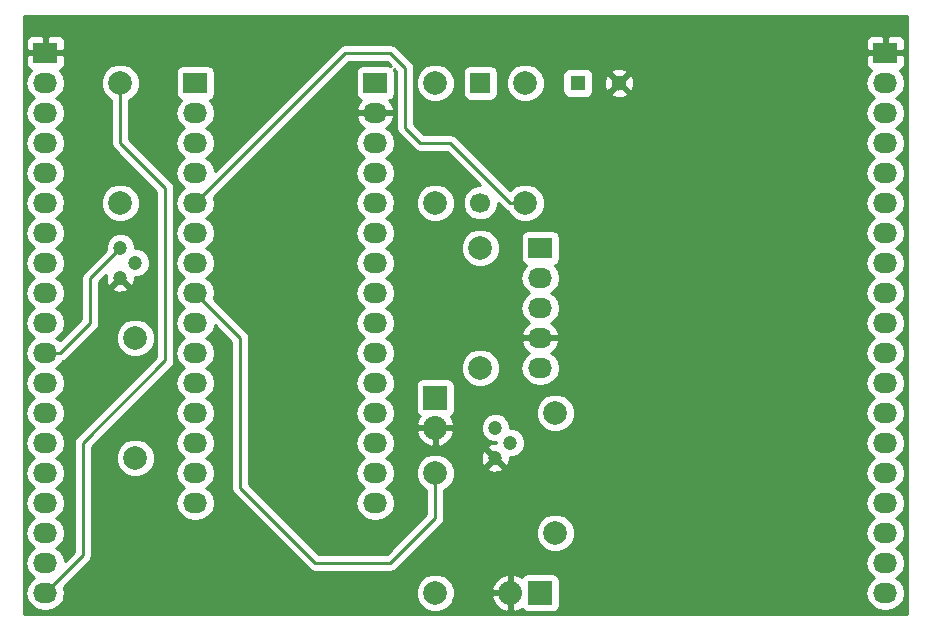
<source format=gbr>
G04 #@! TF.FileFunction,Copper,L2,Bot,Signal*
%FSLAX46Y46*%
G04 Gerber Fmt 4.6, Leading zero omitted, Abs format (unit mm)*
G04 Created by KiCad (PCBNEW 4.0.4+e1-6308~48~ubuntu16.04.1-stable) date Thu Sep 22 16:47:12 2016*
%MOMM*%
%LPD*%
G01*
G04 APERTURE LIST*
%ADD10C,0.100000*%
%ADD11C,1.699260*%
%ADD12R,1.699260X1.699260*%
%ADD13R,2.032000X1.727200*%
%ADD14O,2.032000X1.727200*%
%ADD15R,2.032000X2.032000*%
%ADD16O,2.032000X2.032000*%
%ADD17C,1.200000*%
%ADD18C,1.998980*%
%ADD19C,1.300000*%
%ADD20R,1.300000X1.300000*%
%ADD21C,0.250000*%
%ADD22C,0.254000*%
G04 APERTURE END LIST*
D10*
D11*
X68582540Y-88900520D03*
D12*
X68582540Y-78740520D03*
D13*
X73660000Y-92710000D03*
D14*
X73660000Y-95250000D03*
X73660000Y-97790000D03*
X73660000Y-100330000D03*
X73660000Y-102870000D03*
D15*
X64770000Y-105410000D03*
D16*
X64770000Y-107950000D03*
D17*
X69850000Y-110490000D03*
X71120000Y-109220000D03*
X69850000Y-107950000D03*
D18*
X64770000Y-121920000D03*
X64770000Y-111760000D03*
X68580000Y-92710000D03*
X68580000Y-102870000D03*
X72390000Y-88900000D03*
X72390000Y-78740000D03*
X64770000Y-78740000D03*
X64770000Y-88900000D03*
X74930000Y-106680000D03*
X74930000Y-116840000D03*
D19*
X80335000Y-78740000D03*
D20*
X76835000Y-78740000D03*
D15*
X73660000Y-121920000D03*
D16*
X71120000Y-121920000D03*
D13*
X31750000Y-76200000D03*
D14*
X31750000Y-78740000D03*
X31750000Y-81280000D03*
X31750000Y-83820000D03*
X31750000Y-86360000D03*
X31750000Y-88900000D03*
X31750000Y-91440000D03*
X31750000Y-93980000D03*
X31750000Y-96520000D03*
X31750000Y-99060000D03*
X31750000Y-101600000D03*
X31750000Y-104140000D03*
X31750000Y-106680000D03*
X31750000Y-109220000D03*
X31750000Y-111760000D03*
X31750000Y-114300000D03*
X31750000Y-116840000D03*
X31750000Y-119380000D03*
X31750000Y-121920000D03*
D13*
X102870000Y-76200000D03*
D14*
X102870000Y-78740000D03*
X102870000Y-81280000D03*
X102870000Y-83820000D03*
X102870000Y-86360000D03*
X102870000Y-88900000D03*
X102870000Y-91440000D03*
X102870000Y-93980000D03*
X102870000Y-96520000D03*
X102870000Y-99060000D03*
X102870000Y-101600000D03*
X102870000Y-104140000D03*
X102870000Y-106680000D03*
X102870000Y-109220000D03*
X102870000Y-111760000D03*
X102870000Y-114300000D03*
X102870000Y-116840000D03*
X102870000Y-119380000D03*
X102870000Y-121920000D03*
D13*
X44450000Y-78740000D03*
D14*
X44450000Y-81280000D03*
X44450000Y-83820000D03*
X44450000Y-86360000D03*
X44450000Y-88900000D03*
X44450000Y-91440000D03*
X44450000Y-93980000D03*
X44450000Y-96520000D03*
X44450000Y-99060000D03*
X44450000Y-101600000D03*
X44450000Y-104140000D03*
X44450000Y-106680000D03*
X44450000Y-109220000D03*
X44450000Y-111760000D03*
X44450000Y-114300000D03*
D13*
X59690000Y-78740000D03*
D14*
X59690000Y-81280000D03*
X59690000Y-83820000D03*
X59690000Y-86360000D03*
X59690000Y-88900000D03*
X59690000Y-91440000D03*
X59690000Y-93980000D03*
X59690000Y-96520000D03*
X59690000Y-99060000D03*
X59690000Y-101600000D03*
X59690000Y-104140000D03*
X59690000Y-106680000D03*
X59690000Y-109220000D03*
X59690000Y-111760000D03*
X59690000Y-114300000D03*
D17*
X38100000Y-95250000D03*
X39370000Y-93980000D03*
X38100000Y-92710000D03*
D18*
X38100000Y-78740000D03*
X38100000Y-88900000D03*
X39370000Y-110490000D03*
X39370000Y-100330000D03*
D21*
X69850000Y-110490000D02*
X67310000Y-107950000D01*
X71755000Y-100330000D02*
X73660000Y-100330000D01*
X70485000Y-101600000D02*
X71755000Y-100330000D01*
X70485000Y-104140000D02*
X70485000Y-101600000D01*
X67310000Y-107315000D02*
X70485000Y-104140000D01*
X67310000Y-107950000D02*
X67310000Y-107315000D01*
X31750000Y-101600000D02*
X33020000Y-101600000D01*
X35560000Y-95250000D02*
X38100000Y-92710000D01*
X35560000Y-99060000D02*
X35560000Y-95250000D01*
X33020000Y-101600000D02*
X35560000Y-99060000D01*
X38100000Y-78740000D02*
X38100000Y-83820000D01*
X34925000Y-118745000D02*
X31750000Y-121920000D01*
X34925000Y-109220000D02*
X34925000Y-118745000D01*
X41910000Y-102235000D02*
X34925000Y-109220000D01*
X41910000Y-87630000D02*
X41910000Y-102235000D01*
X38100000Y-83820000D02*
X41910000Y-87630000D01*
X72390000Y-88900000D02*
X71120000Y-88900000D01*
X57150000Y-76200000D02*
X44450000Y-88900000D01*
X60960000Y-76200000D02*
X57150000Y-76200000D01*
X62230000Y-77470000D02*
X60960000Y-76200000D01*
X62230000Y-82550000D02*
X62230000Y-77470000D01*
X63500000Y-83820000D02*
X62230000Y-82550000D01*
X66040000Y-83820000D02*
X63500000Y-83820000D01*
X71120000Y-88900000D02*
X66040000Y-83820000D01*
X64770000Y-111760000D02*
X64770000Y-115570000D01*
X48260000Y-100330000D02*
X44450000Y-96520000D01*
X48260000Y-113030000D02*
X48260000Y-100330000D01*
X54610000Y-119380000D02*
X48260000Y-113030000D01*
X60960000Y-119380000D02*
X54610000Y-119380000D01*
X64770000Y-115570000D02*
X60960000Y-119380000D01*
D22*
G36*
X104700000Y-123750000D02*
X29920000Y-123750000D01*
X29920000Y-78740000D01*
X30066655Y-78740000D01*
X30180729Y-79313489D01*
X30505585Y-79799670D01*
X30820366Y-80010000D01*
X30505585Y-80220330D01*
X30180729Y-80706511D01*
X30066655Y-81280000D01*
X30180729Y-81853489D01*
X30505585Y-82339670D01*
X30820366Y-82550000D01*
X30505585Y-82760330D01*
X30180729Y-83246511D01*
X30066655Y-83820000D01*
X30180729Y-84393489D01*
X30505585Y-84879670D01*
X30820366Y-85090000D01*
X30505585Y-85300330D01*
X30180729Y-85786511D01*
X30066655Y-86360000D01*
X30180729Y-86933489D01*
X30505585Y-87419670D01*
X30820366Y-87630000D01*
X30505585Y-87840330D01*
X30180729Y-88326511D01*
X30066655Y-88900000D01*
X30180729Y-89473489D01*
X30505585Y-89959670D01*
X30820366Y-90170000D01*
X30505585Y-90380330D01*
X30180729Y-90866511D01*
X30066655Y-91440000D01*
X30180729Y-92013489D01*
X30505585Y-92499670D01*
X30820366Y-92710000D01*
X30505585Y-92920330D01*
X30180729Y-93406511D01*
X30066655Y-93980000D01*
X30180729Y-94553489D01*
X30505585Y-95039670D01*
X30820366Y-95250000D01*
X30505585Y-95460330D01*
X30180729Y-95946511D01*
X30066655Y-96520000D01*
X30180729Y-97093489D01*
X30505585Y-97579670D01*
X30820366Y-97790000D01*
X30505585Y-98000330D01*
X30180729Y-98486511D01*
X30066655Y-99060000D01*
X30180729Y-99633489D01*
X30505585Y-100119670D01*
X30820366Y-100330000D01*
X30505585Y-100540330D01*
X30180729Y-101026511D01*
X30066655Y-101600000D01*
X30180729Y-102173489D01*
X30505585Y-102659670D01*
X30820366Y-102870000D01*
X30505585Y-103080330D01*
X30180729Y-103566511D01*
X30066655Y-104140000D01*
X30180729Y-104713489D01*
X30505585Y-105199670D01*
X30820366Y-105410000D01*
X30505585Y-105620330D01*
X30180729Y-106106511D01*
X30066655Y-106680000D01*
X30180729Y-107253489D01*
X30505585Y-107739670D01*
X30820366Y-107950000D01*
X30505585Y-108160330D01*
X30180729Y-108646511D01*
X30066655Y-109220000D01*
X30180729Y-109793489D01*
X30505585Y-110279670D01*
X30820366Y-110490000D01*
X30505585Y-110700330D01*
X30180729Y-111186511D01*
X30066655Y-111760000D01*
X30180729Y-112333489D01*
X30505585Y-112819670D01*
X30820366Y-113030000D01*
X30505585Y-113240330D01*
X30180729Y-113726511D01*
X30066655Y-114300000D01*
X30180729Y-114873489D01*
X30505585Y-115359670D01*
X30820366Y-115570000D01*
X30505585Y-115780330D01*
X30180729Y-116266511D01*
X30066655Y-116840000D01*
X30180729Y-117413489D01*
X30505585Y-117899670D01*
X30820366Y-118110000D01*
X30505585Y-118320330D01*
X30180729Y-118806511D01*
X30066655Y-119380000D01*
X30180729Y-119953489D01*
X30505585Y-120439670D01*
X30820366Y-120650000D01*
X30505585Y-120860330D01*
X30180729Y-121346511D01*
X30066655Y-121920000D01*
X30180729Y-122493489D01*
X30505585Y-122979670D01*
X30991766Y-123304526D01*
X31565255Y-123418600D01*
X31934745Y-123418600D01*
X32508234Y-123304526D01*
X32994415Y-122979670D01*
X33319271Y-122493489D01*
X33368958Y-122243694D01*
X63135226Y-122243694D01*
X63383538Y-122844655D01*
X63842927Y-123304846D01*
X64443453Y-123554206D01*
X65093694Y-123554774D01*
X65694655Y-123306462D01*
X66154846Y-122847073D01*
X66380787Y-122302944D01*
X69514025Y-122302944D01*
X69713615Y-122784818D01*
X70151621Y-123257188D01*
X70737054Y-123525983D01*
X70993000Y-123407367D01*
X70993000Y-122047000D01*
X69633164Y-122047000D01*
X69514025Y-122302944D01*
X66380787Y-122302944D01*
X66404206Y-122246547D01*
X66404774Y-121596306D01*
X66380293Y-121537056D01*
X69514025Y-121537056D01*
X69633164Y-121793000D01*
X70993000Y-121793000D01*
X70993000Y-120432633D01*
X71247000Y-120432633D01*
X71247000Y-121793000D01*
X71267000Y-121793000D01*
X71267000Y-122047000D01*
X71247000Y-122047000D01*
X71247000Y-123407367D01*
X71502946Y-123525983D01*
X72088379Y-123257188D01*
X72092934Y-123252276D01*
X72179910Y-123387441D01*
X72392110Y-123532431D01*
X72644000Y-123583440D01*
X74676000Y-123583440D01*
X74911317Y-123539162D01*
X75127441Y-123400090D01*
X75272431Y-123187890D01*
X75323440Y-122936000D01*
X75323440Y-120904000D01*
X75279162Y-120668683D01*
X75140090Y-120452559D01*
X74927890Y-120307569D01*
X74676000Y-120256560D01*
X72644000Y-120256560D01*
X72408683Y-120300838D01*
X72192559Y-120439910D01*
X72092144Y-120586872D01*
X72088379Y-120582812D01*
X71502946Y-120314017D01*
X71247000Y-120432633D01*
X70993000Y-120432633D01*
X70737054Y-120314017D01*
X70151621Y-120582812D01*
X69713615Y-121055182D01*
X69514025Y-121537056D01*
X66380293Y-121537056D01*
X66156462Y-120995345D01*
X65697073Y-120535154D01*
X65096547Y-120285794D01*
X64446306Y-120285226D01*
X63845345Y-120533538D01*
X63385154Y-120992927D01*
X63135794Y-121593453D01*
X63135226Y-122243694D01*
X33368958Y-122243694D01*
X33433345Y-121920000D01*
X33332381Y-121412421D01*
X35462401Y-119282401D01*
X35627148Y-119035839D01*
X35685000Y-118745000D01*
X35685000Y-110813694D01*
X37735226Y-110813694D01*
X37983538Y-111414655D01*
X38442927Y-111874846D01*
X39043453Y-112124206D01*
X39693694Y-112124774D01*
X40294655Y-111876462D01*
X40754846Y-111417073D01*
X41004206Y-110816547D01*
X41004774Y-110166306D01*
X40756462Y-109565345D01*
X40297073Y-109105154D01*
X39696547Y-108855794D01*
X39046306Y-108855226D01*
X38445345Y-109103538D01*
X37985154Y-109562927D01*
X37735794Y-110163453D01*
X37735226Y-110813694D01*
X35685000Y-110813694D01*
X35685000Y-109534802D01*
X42447401Y-102772401D01*
X42612148Y-102525839D01*
X42670000Y-102235000D01*
X42670000Y-87630000D01*
X42612148Y-87339161D01*
X42447401Y-87092599D01*
X38860000Y-83505198D01*
X38860000Y-81280000D01*
X42766655Y-81280000D01*
X42880729Y-81853489D01*
X43205585Y-82339670D01*
X43520366Y-82550000D01*
X43205585Y-82760330D01*
X42880729Y-83246511D01*
X42766655Y-83820000D01*
X42880729Y-84393489D01*
X43205585Y-84879670D01*
X43520366Y-85090000D01*
X43205585Y-85300330D01*
X42880729Y-85786511D01*
X42766655Y-86360000D01*
X42880729Y-86933489D01*
X43205585Y-87419670D01*
X43520366Y-87630000D01*
X43205585Y-87840330D01*
X42880729Y-88326511D01*
X42766655Y-88900000D01*
X42880729Y-89473489D01*
X43205585Y-89959670D01*
X43520366Y-90170000D01*
X43205585Y-90380330D01*
X42880729Y-90866511D01*
X42766655Y-91440000D01*
X42880729Y-92013489D01*
X43205585Y-92499670D01*
X43520366Y-92710000D01*
X43205585Y-92920330D01*
X42880729Y-93406511D01*
X42766655Y-93980000D01*
X42880729Y-94553489D01*
X43205585Y-95039670D01*
X43520366Y-95250000D01*
X43205585Y-95460330D01*
X42880729Y-95946511D01*
X42766655Y-96520000D01*
X42880729Y-97093489D01*
X43205585Y-97579670D01*
X43520366Y-97790000D01*
X43205585Y-98000330D01*
X42880729Y-98486511D01*
X42766655Y-99060000D01*
X42880729Y-99633489D01*
X43205585Y-100119670D01*
X43520366Y-100330000D01*
X43205585Y-100540330D01*
X42880729Y-101026511D01*
X42766655Y-101600000D01*
X42880729Y-102173489D01*
X43205585Y-102659670D01*
X43520366Y-102870000D01*
X43205585Y-103080330D01*
X42880729Y-103566511D01*
X42766655Y-104140000D01*
X42880729Y-104713489D01*
X43205585Y-105199670D01*
X43520366Y-105410000D01*
X43205585Y-105620330D01*
X42880729Y-106106511D01*
X42766655Y-106680000D01*
X42880729Y-107253489D01*
X43205585Y-107739670D01*
X43520366Y-107950000D01*
X43205585Y-108160330D01*
X42880729Y-108646511D01*
X42766655Y-109220000D01*
X42880729Y-109793489D01*
X43205585Y-110279670D01*
X43520366Y-110490000D01*
X43205585Y-110700330D01*
X42880729Y-111186511D01*
X42766655Y-111760000D01*
X42880729Y-112333489D01*
X43205585Y-112819670D01*
X43520366Y-113030000D01*
X43205585Y-113240330D01*
X42880729Y-113726511D01*
X42766655Y-114300000D01*
X42880729Y-114873489D01*
X43205585Y-115359670D01*
X43691766Y-115684526D01*
X44265255Y-115798600D01*
X44634745Y-115798600D01*
X45208234Y-115684526D01*
X45694415Y-115359670D01*
X46019271Y-114873489D01*
X46133345Y-114300000D01*
X46019271Y-113726511D01*
X45694415Y-113240330D01*
X45379634Y-113030000D01*
X45694415Y-112819670D01*
X46019271Y-112333489D01*
X46133345Y-111760000D01*
X46019271Y-111186511D01*
X45694415Y-110700330D01*
X45379634Y-110490000D01*
X45694415Y-110279670D01*
X46019271Y-109793489D01*
X46133345Y-109220000D01*
X46019271Y-108646511D01*
X45694415Y-108160330D01*
X45379634Y-107950000D01*
X45694415Y-107739670D01*
X46019271Y-107253489D01*
X46133345Y-106680000D01*
X46019271Y-106106511D01*
X45694415Y-105620330D01*
X45379634Y-105410000D01*
X45694415Y-105199670D01*
X46019271Y-104713489D01*
X46133345Y-104140000D01*
X46019271Y-103566511D01*
X45694415Y-103080330D01*
X45379634Y-102870000D01*
X45694415Y-102659670D01*
X46019271Y-102173489D01*
X46133345Y-101600000D01*
X46019271Y-101026511D01*
X45694415Y-100540330D01*
X45379634Y-100330000D01*
X45694415Y-100119670D01*
X46019271Y-99633489D01*
X46097152Y-99241954D01*
X47500000Y-100644802D01*
X47500000Y-113030000D01*
X47557852Y-113320839D01*
X47722599Y-113567401D01*
X54072599Y-119917401D01*
X54319161Y-120082148D01*
X54610000Y-120140000D01*
X60960000Y-120140000D01*
X61250839Y-120082148D01*
X61497401Y-119917401D01*
X64251108Y-117163694D01*
X73295226Y-117163694D01*
X73543538Y-117764655D01*
X74002927Y-118224846D01*
X74603453Y-118474206D01*
X75253694Y-118474774D01*
X75854655Y-118226462D01*
X76314846Y-117767073D01*
X76564206Y-117166547D01*
X76564774Y-116516306D01*
X76316462Y-115915345D01*
X75857073Y-115455154D01*
X75256547Y-115205794D01*
X74606306Y-115205226D01*
X74005345Y-115453538D01*
X73545154Y-115912927D01*
X73295794Y-116513453D01*
X73295226Y-117163694D01*
X64251108Y-117163694D01*
X65307401Y-116107401D01*
X65472148Y-115860839D01*
X65530000Y-115570000D01*
X65530000Y-113214496D01*
X65694655Y-113146462D01*
X66154846Y-112687073D01*
X66404206Y-112086547D01*
X66404774Y-111436306D01*
X66370244Y-111352735D01*
X69166870Y-111352735D01*
X69216383Y-111578164D01*
X69681036Y-111737807D01*
X70171413Y-111707482D01*
X70483617Y-111578164D01*
X70533130Y-111352735D01*
X69850000Y-110669605D01*
X69166870Y-111352735D01*
X66370244Y-111352735D01*
X66156462Y-110835345D01*
X65697073Y-110375154D01*
X65566743Y-110321036D01*
X68602193Y-110321036D01*
X68632518Y-110811413D01*
X68761836Y-111123617D01*
X68987265Y-111173130D01*
X69670395Y-110490000D01*
X68987265Y-109806870D01*
X68761836Y-109856383D01*
X68602193Y-110321036D01*
X65566743Y-110321036D01*
X65096547Y-110125794D01*
X64446306Y-110125226D01*
X63845345Y-110373538D01*
X63385154Y-110832927D01*
X63135794Y-111433453D01*
X63135226Y-112083694D01*
X63383538Y-112684655D01*
X63842927Y-113144846D01*
X64010000Y-113214221D01*
X64010000Y-115255198D01*
X60645198Y-118620000D01*
X54924802Y-118620000D01*
X49020000Y-112715198D01*
X49020000Y-100330000D01*
X48962148Y-100039161D01*
X48797401Y-99792599D01*
X46032381Y-97027579D01*
X46133345Y-96520000D01*
X46019271Y-95946511D01*
X45694415Y-95460330D01*
X45379634Y-95250000D01*
X45694415Y-95039670D01*
X46019271Y-94553489D01*
X46133345Y-93980000D01*
X46019271Y-93406511D01*
X45694415Y-92920330D01*
X45379634Y-92710000D01*
X45694415Y-92499670D01*
X46019271Y-92013489D01*
X46133345Y-91440000D01*
X46019271Y-90866511D01*
X45694415Y-90380330D01*
X45379634Y-90170000D01*
X45694415Y-89959670D01*
X46019271Y-89473489D01*
X46133345Y-88900000D01*
X46032381Y-88392421D01*
X50604802Y-83820000D01*
X58006655Y-83820000D01*
X58120729Y-84393489D01*
X58445585Y-84879670D01*
X58760366Y-85090000D01*
X58445585Y-85300330D01*
X58120729Y-85786511D01*
X58006655Y-86360000D01*
X58120729Y-86933489D01*
X58445585Y-87419670D01*
X58760366Y-87630000D01*
X58445585Y-87840330D01*
X58120729Y-88326511D01*
X58006655Y-88900000D01*
X58120729Y-89473489D01*
X58445585Y-89959670D01*
X58760366Y-90170000D01*
X58445585Y-90380330D01*
X58120729Y-90866511D01*
X58006655Y-91440000D01*
X58120729Y-92013489D01*
X58445585Y-92499670D01*
X58760366Y-92710000D01*
X58445585Y-92920330D01*
X58120729Y-93406511D01*
X58006655Y-93980000D01*
X58120729Y-94553489D01*
X58445585Y-95039670D01*
X58760366Y-95250000D01*
X58445585Y-95460330D01*
X58120729Y-95946511D01*
X58006655Y-96520000D01*
X58120729Y-97093489D01*
X58445585Y-97579670D01*
X58760366Y-97790000D01*
X58445585Y-98000330D01*
X58120729Y-98486511D01*
X58006655Y-99060000D01*
X58120729Y-99633489D01*
X58445585Y-100119670D01*
X58760366Y-100330000D01*
X58445585Y-100540330D01*
X58120729Y-101026511D01*
X58006655Y-101600000D01*
X58120729Y-102173489D01*
X58445585Y-102659670D01*
X58760366Y-102870000D01*
X58445585Y-103080330D01*
X58120729Y-103566511D01*
X58006655Y-104140000D01*
X58120729Y-104713489D01*
X58445585Y-105199670D01*
X58760366Y-105410000D01*
X58445585Y-105620330D01*
X58120729Y-106106511D01*
X58006655Y-106680000D01*
X58120729Y-107253489D01*
X58445585Y-107739670D01*
X58760366Y-107950000D01*
X58445585Y-108160330D01*
X58120729Y-108646511D01*
X58006655Y-109220000D01*
X58120729Y-109793489D01*
X58445585Y-110279670D01*
X58760366Y-110490000D01*
X58445585Y-110700330D01*
X58120729Y-111186511D01*
X58006655Y-111760000D01*
X58120729Y-112333489D01*
X58445585Y-112819670D01*
X58760366Y-113030000D01*
X58445585Y-113240330D01*
X58120729Y-113726511D01*
X58006655Y-114300000D01*
X58120729Y-114873489D01*
X58445585Y-115359670D01*
X58931766Y-115684526D01*
X59505255Y-115798600D01*
X59874745Y-115798600D01*
X60448234Y-115684526D01*
X60934415Y-115359670D01*
X61259271Y-114873489D01*
X61373345Y-114300000D01*
X61259271Y-113726511D01*
X60934415Y-113240330D01*
X60619634Y-113030000D01*
X60934415Y-112819670D01*
X61259271Y-112333489D01*
X61373345Y-111760000D01*
X61259271Y-111186511D01*
X60934415Y-110700330D01*
X60619634Y-110490000D01*
X60934415Y-110279670D01*
X61259271Y-109793489D01*
X61373345Y-109220000D01*
X61259271Y-108646511D01*
X61049754Y-108332946D01*
X63164017Y-108332946D01*
X63432812Y-108918379D01*
X63905182Y-109356385D01*
X64387056Y-109555975D01*
X64643000Y-109436836D01*
X64643000Y-108077000D01*
X64897000Y-108077000D01*
X64897000Y-109436836D01*
X65152944Y-109555975D01*
X65634818Y-109356385D01*
X66107188Y-108918379D01*
X66375983Y-108332946D01*
X66311858Y-108194579D01*
X68614786Y-108194579D01*
X68802408Y-108648657D01*
X69149515Y-108996371D01*
X69603266Y-109184785D01*
X69885030Y-109185031D01*
X69884973Y-109250479D01*
X69528587Y-109272518D01*
X69216383Y-109401836D01*
X69166870Y-109627265D01*
X69850000Y-110310395D01*
X69864143Y-110296253D01*
X70043748Y-110475858D01*
X70029605Y-110490000D01*
X70712735Y-111173130D01*
X70938164Y-111123617D01*
X71097807Y-110658964D01*
X71085192Y-110454970D01*
X71364579Y-110455214D01*
X71818657Y-110267592D01*
X72166371Y-109920485D01*
X72354785Y-109466734D01*
X72355214Y-108975421D01*
X72167592Y-108521343D01*
X71820485Y-108173629D01*
X71366734Y-107985215D01*
X71084970Y-107984969D01*
X71085214Y-107705421D01*
X70897592Y-107251343D01*
X70650376Y-107003694D01*
X73295226Y-107003694D01*
X73543538Y-107604655D01*
X74002927Y-108064846D01*
X74603453Y-108314206D01*
X75253694Y-108314774D01*
X75854655Y-108066462D01*
X76314846Y-107607073D01*
X76564206Y-107006547D01*
X76564774Y-106356306D01*
X76316462Y-105755345D01*
X75857073Y-105295154D01*
X75256547Y-105045794D01*
X74606306Y-105045226D01*
X74005345Y-105293538D01*
X73545154Y-105752927D01*
X73295794Y-106353453D01*
X73295226Y-107003694D01*
X70650376Y-107003694D01*
X70550485Y-106903629D01*
X70096734Y-106715215D01*
X69605421Y-106714786D01*
X69151343Y-106902408D01*
X68803629Y-107249515D01*
X68615215Y-107703266D01*
X68614786Y-108194579D01*
X66311858Y-108194579D01*
X66257367Y-108077000D01*
X64897000Y-108077000D01*
X64643000Y-108077000D01*
X63282633Y-108077000D01*
X63164017Y-108332946D01*
X61049754Y-108332946D01*
X60934415Y-108160330D01*
X60619634Y-107950000D01*
X60934415Y-107739670D01*
X61259271Y-107253489D01*
X61373345Y-106680000D01*
X61259271Y-106106511D01*
X60934415Y-105620330D01*
X60619634Y-105410000D01*
X60934415Y-105199670D01*
X61259271Y-104713489D01*
X61322821Y-104394000D01*
X63106560Y-104394000D01*
X63106560Y-106426000D01*
X63150838Y-106661317D01*
X63289910Y-106877441D01*
X63436872Y-106977856D01*
X63432812Y-106981621D01*
X63164017Y-107567054D01*
X63282633Y-107823000D01*
X64643000Y-107823000D01*
X64643000Y-107803000D01*
X64897000Y-107803000D01*
X64897000Y-107823000D01*
X66257367Y-107823000D01*
X66375983Y-107567054D01*
X66107188Y-106981621D01*
X66102276Y-106977066D01*
X66237441Y-106890090D01*
X66382431Y-106677890D01*
X66433440Y-106426000D01*
X66433440Y-104394000D01*
X66389162Y-104158683D01*
X66250090Y-103942559D01*
X66037890Y-103797569D01*
X65786000Y-103746560D01*
X63754000Y-103746560D01*
X63518683Y-103790838D01*
X63302559Y-103929910D01*
X63157569Y-104142110D01*
X63106560Y-104394000D01*
X61322821Y-104394000D01*
X61373345Y-104140000D01*
X61259271Y-103566511D01*
X61010163Y-103193694D01*
X66945226Y-103193694D01*
X67193538Y-103794655D01*
X67652927Y-104254846D01*
X68253453Y-104504206D01*
X68903694Y-104504774D01*
X69504655Y-104256462D01*
X69964846Y-103797073D01*
X70214206Y-103196547D01*
X70214491Y-102870000D01*
X71976655Y-102870000D01*
X72090729Y-103443489D01*
X72415585Y-103929670D01*
X72901766Y-104254526D01*
X73475255Y-104368600D01*
X73844745Y-104368600D01*
X74418234Y-104254526D01*
X74904415Y-103929670D01*
X75229271Y-103443489D01*
X75343345Y-102870000D01*
X75229271Y-102296511D01*
X74904415Y-101810330D01*
X74594931Y-101603539D01*
X75010732Y-101232036D01*
X75264709Y-100704791D01*
X75267358Y-100689026D01*
X75146217Y-100457000D01*
X73787000Y-100457000D01*
X73787000Y-100477000D01*
X73533000Y-100477000D01*
X73533000Y-100457000D01*
X72173783Y-100457000D01*
X72052642Y-100689026D01*
X72055291Y-100704791D01*
X72309268Y-101232036D01*
X72725069Y-101603539D01*
X72415585Y-101810330D01*
X72090729Y-102296511D01*
X71976655Y-102870000D01*
X70214491Y-102870000D01*
X70214774Y-102546306D01*
X69966462Y-101945345D01*
X69507073Y-101485154D01*
X68906547Y-101235794D01*
X68256306Y-101235226D01*
X67655345Y-101483538D01*
X67195154Y-101942927D01*
X66945794Y-102543453D01*
X66945226Y-103193694D01*
X61010163Y-103193694D01*
X60934415Y-103080330D01*
X60619634Y-102870000D01*
X60934415Y-102659670D01*
X61259271Y-102173489D01*
X61373345Y-101600000D01*
X61259271Y-101026511D01*
X60934415Y-100540330D01*
X60619634Y-100330000D01*
X60934415Y-100119670D01*
X61259271Y-99633489D01*
X61373345Y-99060000D01*
X61259271Y-98486511D01*
X60934415Y-98000330D01*
X60619634Y-97790000D01*
X60934415Y-97579670D01*
X61259271Y-97093489D01*
X61373345Y-96520000D01*
X61259271Y-95946511D01*
X60934415Y-95460330D01*
X60619634Y-95250000D01*
X71976655Y-95250000D01*
X72090729Y-95823489D01*
X72415585Y-96309670D01*
X72730366Y-96520000D01*
X72415585Y-96730330D01*
X72090729Y-97216511D01*
X71976655Y-97790000D01*
X72090729Y-98363489D01*
X72415585Y-98849670D01*
X72725069Y-99056461D01*
X72309268Y-99427964D01*
X72055291Y-99955209D01*
X72052642Y-99970974D01*
X72173783Y-100203000D01*
X73533000Y-100203000D01*
X73533000Y-100183000D01*
X73787000Y-100183000D01*
X73787000Y-100203000D01*
X75146217Y-100203000D01*
X75267358Y-99970974D01*
X75264709Y-99955209D01*
X75010732Y-99427964D01*
X74594931Y-99056461D01*
X74904415Y-98849670D01*
X75229271Y-98363489D01*
X75343345Y-97790000D01*
X75229271Y-97216511D01*
X74904415Y-96730330D01*
X74589634Y-96520000D01*
X74904415Y-96309670D01*
X75229271Y-95823489D01*
X75343345Y-95250000D01*
X75229271Y-94676511D01*
X74904415Y-94190330D01*
X74890087Y-94180757D01*
X74911317Y-94176762D01*
X75127441Y-94037690D01*
X75272431Y-93825490D01*
X75323440Y-93573600D01*
X75323440Y-91846400D01*
X75279162Y-91611083D01*
X75140090Y-91394959D01*
X74927890Y-91249969D01*
X74676000Y-91198960D01*
X72644000Y-91198960D01*
X72408683Y-91243238D01*
X72192559Y-91382310D01*
X72047569Y-91594510D01*
X71996560Y-91846400D01*
X71996560Y-93573600D01*
X72040838Y-93808917D01*
X72179910Y-94025041D01*
X72392110Y-94170031D01*
X72433439Y-94178400D01*
X72415585Y-94190330D01*
X72090729Y-94676511D01*
X71976655Y-95250000D01*
X60619634Y-95250000D01*
X60934415Y-95039670D01*
X61259271Y-94553489D01*
X61373345Y-93980000D01*
X61259271Y-93406511D01*
X61010163Y-93033694D01*
X66945226Y-93033694D01*
X67193538Y-93634655D01*
X67652927Y-94094846D01*
X68253453Y-94344206D01*
X68903694Y-94344774D01*
X69504655Y-94096462D01*
X69964846Y-93637073D01*
X70214206Y-93036547D01*
X70214774Y-92386306D01*
X69966462Y-91785345D01*
X69507073Y-91325154D01*
X68906547Y-91075794D01*
X68256306Y-91075226D01*
X67655345Y-91323538D01*
X67195154Y-91782927D01*
X66945794Y-92383453D01*
X66945226Y-93033694D01*
X61010163Y-93033694D01*
X60934415Y-92920330D01*
X60619634Y-92710000D01*
X60934415Y-92499670D01*
X61259271Y-92013489D01*
X61373345Y-91440000D01*
X61259271Y-90866511D01*
X60934415Y-90380330D01*
X60619634Y-90170000D01*
X60934415Y-89959670D01*
X61259271Y-89473489D01*
X61308958Y-89223694D01*
X63135226Y-89223694D01*
X63383538Y-89824655D01*
X63842927Y-90284846D01*
X64443453Y-90534206D01*
X65093694Y-90534774D01*
X65694655Y-90286462D01*
X66154846Y-89827073D01*
X66404206Y-89226547D01*
X66404774Y-88576306D01*
X66156462Y-87975345D01*
X65697073Y-87515154D01*
X65096547Y-87265794D01*
X64446306Y-87265226D01*
X63845345Y-87513538D01*
X63385154Y-87972927D01*
X63135794Y-88573453D01*
X63135226Y-89223694D01*
X61308958Y-89223694D01*
X61373345Y-88900000D01*
X61259271Y-88326511D01*
X60934415Y-87840330D01*
X60619634Y-87630000D01*
X60934415Y-87419670D01*
X61259271Y-86933489D01*
X61373345Y-86360000D01*
X61259271Y-85786511D01*
X60934415Y-85300330D01*
X60619634Y-85090000D01*
X60934415Y-84879670D01*
X61259271Y-84393489D01*
X61373345Y-83820000D01*
X61259271Y-83246511D01*
X60934415Y-82760330D01*
X60624931Y-82553539D01*
X61040732Y-82182036D01*
X61294709Y-81654791D01*
X61297358Y-81639026D01*
X61176217Y-81407000D01*
X59817000Y-81407000D01*
X59817000Y-81427000D01*
X59563000Y-81427000D01*
X59563000Y-81407000D01*
X58203783Y-81407000D01*
X58082642Y-81639026D01*
X58085291Y-81654791D01*
X58339268Y-82182036D01*
X58755069Y-82553539D01*
X58445585Y-82760330D01*
X58120729Y-83246511D01*
X58006655Y-83820000D01*
X50604802Y-83820000D01*
X57464802Y-76960000D01*
X60645198Y-76960000D01*
X60980865Y-77295667D01*
X60957890Y-77279969D01*
X60706000Y-77228960D01*
X58674000Y-77228960D01*
X58438683Y-77273238D01*
X58222559Y-77412310D01*
X58077569Y-77624510D01*
X58026560Y-77876400D01*
X58026560Y-79603600D01*
X58070838Y-79838917D01*
X58209910Y-80055041D01*
X58422110Y-80200031D01*
X58516927Y-80219232D01*
X58339268Y-80377964D01*
X58085291Y-80905209D01*
X58082642Y-80920974D01*
X58203783Y-81153000D01*
X59563000Y-81153000D01*
X59563000Y-81133000D01*
X59817000Y-81133000D01*
X59817000Y-81153000D01*
X61176217Y-81153000D01*
X61297358Y-80920974D01*
X61294709Y-80905209D01*
X61040732Y-80377964D01*
X60865155Y-80221093D01*
X60941317Y-80206762D01*
X61157441Y-80067690D01*
X61302431Y-79855490D01*
X61353440Y-79603600D01*
X61353440Y-77876400D01*
X61309162Y-77641083D01*
X61278264Y-77593066D01*
X61470000Y-77784802D01*
X61470000Y-82550000D01*
X61527852Y-82840839D01*
X61692599Y-83087401D01*
X62962599Y-84357401D01*
X63209160Y-84522148D01*
X63500000Y-84580000D01*
X65725198Y-84580000D01*
X68561068Y-87415870D01*
X68288524Y-87415632D01*
X67742663Y-87641178D01*
X67324666Y-88058446D01*
X67098168Y-88603913D01*
X67097652Y-89194536D01*
X67323198Y-89740397D01*
X67740466Y-90158394D01*
X68285933Y-90384892D01*
X68876556Y-90385408D01*
X69422417Y-90159862D01*
X69840414Y-89742594D01*
X70066912Y-89197127D01*
X70067152Y-88921954D01*
X70582599Y-89437401D01*
X70829161Y-89602148D01*
X70918982Y-89620015D01*
X71003538Y-89824655D01*
X71462927Y-90284846D01*
X72063453Y-90534206D01*
X72713694Y-90534774D01*
X73314655Y-90286462D01*
X73774846Y-89827073D01*
X74024206Y-89226547D01*
X74024774Y-88576306D01*
X73776462Y-87975345D01*
X73317073Y-87515154D01*
X72716547Y-87265794D01*
X72066306Y-87265226D01*
X71465345Y-87513538D01*
X71136556Y-87841754D01*
X66577401Y-83282599D01*
X66330839Y-83117852D01*
X66040000Y-83060000D01*
X63814802Y-83060000D01*
X62990000Y-82235198D01*
X62990000Y-79063694D01*
X63135226Y-79063694D01*
X63383538Y-79664655D01*
X63842927Y-80124846D01*
X64443453Y-80374206D01*
X65093694Y-80374774D01*
X65694655Y-80126462D01*
X66154846Y-79667073D01*
X66404206Y-79066547D01*
X66404774Y-78416306D01*
X66187677Y-77890890D01*
X67085470Y-77890890D01*
X67085470Y-79590150D01*
X67129748Y-79825467D01*
X67268820Y-80041591D01*
X67481020Y-80186581D01*
X67732910Y-80237590D01*
X69432170Y-80237590D01*
X69667487Y-80193312D01*
X69883611Y-80054240D01*
X70028601Y-79842040D01*
X70079610Y-79590150D01*
X70079610Y-79063694D01*
X70755226Y-79063694D01*
X71003538Y-79664655D01*
X71462927Y-80124846D01*
X72063453Y-80374206D01*
X72713694Y-80374774D01*
X73314655Y-80126462D01*
X73774846Y-79667073D01*
X74024206Y-79066547D01*
X74024774Y-78416306D01*
X73889948Y-78090000D01*
X75537560Y-78090000D01*
X75537560Y-79390000D01*
X75581838Y-79625317D01*
X75720910Y-79841441D01*
X75933110Y-79986431D01*
X76185000Y-80037440D01*
X77485000Y-80037440D01*
X77720317Y-79993162D01*
X77936441Y-79854090D01*
X78081431Y-79641890D01*
X78082012Y-79639016D01*
X79615590Y-79639016D01*
X79671271Y-79869611D01*
X80154078Y-80037622D01*
X80664428Y-80008083D01*
X80998729Y-79869611D01*
X81054410Y-79639016D01*
X80335000Y-78919605D01*
X79615590Y-79639016D01*
X78082012Y-79639016D01*
X78132440Y-79390000D01*
X78132440Y-78559078D01*
X79037378Y-78559078D01*
X79066917Y-79069428D01*
X79205389Y-79403729D01*
X79435984Y-79459410D01*
X80155395Y-78740000D01*
X80514605Y-78740000D01*
X81234016Y-79459410D01*
X81464611Y-79403729D01*
X81632622Y-78920922D01*
X81622151Y-78740000D01*
X101186655Y-78740000D01*
X101300729Y-79313489D01*
X101625585Y-79799670D01*
X101940366Y-80010000D01*
X101625585Y-80220330D01*
X101300729Y-80706511D01*
X101186655Y-81280000D01*
X101300729Y-81853489D01*
X101625585Y-82339670D01*
X101940366Y-82550000D01*
X101625585Y-82760330D01*
X101300729Y-83246511D01*
X101186655Y-83820000D01*
X101300729Y-84393489D01*
X101625585Y-84879670D01*
X101940366Y-85090000D01*
X101625585Y-85300330D01*
X101300729Y-85786511D01*
X101186655Y-86360000D01*
X101300729Y-86933489D01*
X101625585Y-87419670D01*
X101940366Y-87630000D01*
X101625585Y-87840330D01*
X101300729Y-88326511D01*
X101186655Y-88900000D01*
X101300729Y-89473489D01*
X101625585Y-89959670D01*
X101940366Y-90170000D01*
X101625585Y-90380330D01*
X101300729Y-90866511D01*
X101186655Y-91440000D01*
X101300729Y-92013489D01*
X101625585Y-92499670D01*
X101940366Y-92710000D01*
X101625585Y-92920330D01*
X101300729Y-93406511D01*
X101186655Y-93980000D01*
X101300729Y-94553489D01*
X101625585Y-95039670D01*
X101940366Y-95250000D01*
X101625585Y-95460330D01*
X101300729Y-95946511D01*
X101186655Y-96520000D01*
X101300729Y-97093489D01*
X101625585Y-97579670D01*
X101940366Y-97790000D01*
X101625585Y-98000330D01*
X101300729Y-98486511D01*
X101186655Y-99060000D01*
X101300729Y-99633489D01*
X101625585Y-100119670D01*
X101940366Y-100330000D01*
X101625585Y-100540330D01*
X101300729Y-101026511D01*
X101186655Y-101600000D01*
X101300729Y-102173489D01*
X101625585Y-102659670D01*
X101940366Y-102870000D01*
X101625585Y-103080330D01*
X101300729Y-103566511D01*
X101186655Y-104140000D01*
X101300729Y-104713489D01*
X101625585Y-105199670D01*
X101940366Y-105410000D01*
X101625585Y-105620330D01*
X101300729Y-106106511D01*
X101186655Y-106680000D01*
X101300729Y-107253489D01*
X101625585Y-107739670D01*
X101940366Y-107950000D01*
X101625585Y-108160330D01*
X101300729Y-108646511D01*
X101186655Y-109220000D01*
X101300729Y-109793489D01*
X101625585Y-110279670D01*
X101940366Y-110490000D01*
X101625585Y-110700330D01*
X101300729Y-111186511D01*
X101186655Y-111760000D01*
X101300729Y-112333489D01*
X101625585Y-112819670D01*
X101940366Y-113030000D01*
X101625585Y-113240330D01*
X101300729Y-113726511D01*
X101186655Y-114300000D01*
X101300729Y-114873489D01*
X101625585Y-115359670D01*
X101940366Y-115570000D01*
X101625585Y-115780330D01*
X101300729Y-116266511D01*
X101186655Y-116840000D01*
X101300729Y-117413489D01*
X101625585Y-117899670D01*
X101940366Y-118110000D01*
X101625585Y-118320330D01*
X101300729Y-118806511D01*
X101186655Y-119380000D01*
X101300729Y-119953489D01*
X101625585Y-120439670D01*
X101940366Y-120650000D01*
X101625585Y-120860330D01*
X101300729Y-121346511D01*
X101186655Y-121920000D01*
X101300729Y-122493489D01*
X101625585Y-122979670D01*
X102111766Y-123304526D01*
X102685255Y-123418600D01*
X103054745Y-123418600D01*
X103628234Y-123304526D01*
X104114415Y-122979670D01*
X104439271Y-122493489D01*
X104553345Y-121920000D01*
X104439271Y-121346511D01*
X104114415Y-120860330D01*
X103799634Y-120650000D01*
X104114415Y-120439670D01*
X104439271Y-119953489D01*
X104553345Y-119380000D01*
X104439271Y-118806511D01*
X104114415Y-118320330D01*
X103799634Y-118110000D01*
X104114415Y-117899670D01*
X104439271Y-117413489D01*
X104553345Y-116840000D01*
X104439271Y-116266511D01*
X104114415Y-115780330D01*
X103799634Y-115570000D01*
X104114415Y-115359670D01*
X104439271Y-114873489D01*
X104553345Y-114300000D01*
X104439271Y-113726511D01*
X104114415Y-113240330D01*
X103799634Y-113030000D01*
X104114415Y-112819670D01*
X104439271Y-112333489D01*
X104553345Y-111760000D01*
X104439271Y-111186511D01*
X104114415Y-110700330D01*
X103799634Y-110490000D01*
X104114415Y-110279670D01*
X104439271Y-109793489D01*
X104553345Y-109220000D01*
X104439271Y-108646511D01*
X104114415Y-108160330D01*
X103799634Y-107950000D01*
X104114415Y-107739670D01*
X104439271Y-107253489D01*
X104553345Y-106680000D01*
X104439271Y-106106511D01*
X104114415Y-105620330D01*
X103799634Y-105410000D01*
X104114415Y-105199670D01*
X104439271Y-104713489D01*
X104553345Y-104140000D01*
X104439271Y-103566511D01*
X104114415Y-103080330D01*
X103799634Y-102870000D01*
X104114415Y-102659670D01*
X104439271Y-102173489D01*
X104553345Y-101600000D01*
X104439271Y-101026511D01*
X104114415Y-100540330D01*
X103799634Y-100330000D01*
X104114415Y-100119670D01*
X104439271Y-99633489D01*
X104553345Y-99060000D01*
X104439271Y-98486511D01*
X104114415Y-98000330D01*
X103799634Y-97790000D01*
X104114415Y-97579670D01*
X104439271Y-97093489D01*
X104553345Y-96520000D01*
X104439271Y-95946511D01*
X104114415Y-95460330D01*
X103799634Y-95250000D01*
X104114415Y-95039670D01*
X104439271Y-94553489D01*
X104553345Y-93980000D01*
X104439271Y-93406511D01*
X104114415Y-92920330D01*
X103799634Y-92710000D01*
X104114415Y-92499670D01*
X104439271Y-92013489D01*
X104553345Y-91440000D01*
X104439271Y-90866511D01*
X104114415Y-90380330D01*
X103799634Y-90170000D01*
X104114415Y-89959670D01*
X104439271Y-89473489D01*
X104553345Y-88900000D01*
X104439271Y-88326511D01*
X104114415Y-87840330D01*
X103799634Y-87630000D01*
X104114415Y-87419670D01*
X104439271Y-86933489D01*
X104553345Y-86360000D01*
X104439271Y-85786511D01*
X104114415Y-85300330D01*
X103799634Y-85090000D01*
X104114415Y-84879670D01*
X104439271Y-84393489D01*
X104553345Y-83820000D01*
X104439271Y-83246511D01*
X104114415Y-82760330D01*
X103799634Y-82550000D01*
X104114415Y-82339670D01*
X104439271Y-81853489D01*
X104553345Y-81280000D01*
X104439271Y-80706511D01*
X104114415Y-80220330D01*
X103799634Y-80010000D01*
X104114415Y-79799670D01*
X104439271Y-79313489D01*
X104553345Y-78740000D01*
X104439271Y-78166511D01*
X104114415Y-77680330D01*
X104092220Y-77665500D01*
X104245699Y-77601927D01*
X104424327Y-77423298D01*
X104521000Y-77189909D01*
X104521000Y-76485750D01*
X104362250Y-76327000D01*
X102997000Y-76327000D01*
X102997000Y-76347000D01*
X102743000Y-76347000D01*
X102743000Y-76327000D01*
X101377750Y-76327000D01*
X101219000Y-76485750D01*
X101219000Y-77189909D01*
X101315673Y-77423298D01*
X101494301Y-77601927D01*
X101647780Y-77665500D01*
X101625585Y-77680330D01*
X101300729Y-78166511D01*
X101186655Y-78740000D01*
X81622151Y-78740000D01*
X81603083Y-78410572D01*
X81464611Y-78076271D01*
X81234016Y-78020590D01*
X80514605Y-78740000D01*
X80155395Y-78740000D01*
X79435984Y-78020590D01*
X79205389Y-78076271D01*
X79037378Y-78559078D01*
X78132440Y-78559078D01*
X78132440Y-78090000D01*
X78088162Y-77854683D01*
X78079347Y-77840984D01*
X79615590Y-77840984D01*
X80335000Y-78560395D01*
X81054410Y-77840984D01*
X80998729Y-77610389D01*
X80515922Y-77442378D01*
X80005572Y-77471917D01*
X79671271Y-77610389D01*
X79615590Y-77840984D01*
X78079347Y-77840984D01*
X77949090Y-77638559D01*
X77736890Y-77493569D01*
X77485000Y-77442560D01*
X76185000Y-77442560D01*
X75949683Y-77486838D01*
X75733559Y-77625910D01*
X75588569Y-77838110D01*
X75537560Y-78090000D01*
X73889948Y-78090000D01*
X73776462Y-77815345D01*
X73317073Y-77355154D01*
X72716547Y-77105794D01*
X72066306Y-77105226D01*
X71465345Y-77353538D01*
X71005154Y-77812927D01*
X70755794Y-78413453D01*
X70755226Y-79063694D01*
X70079610Y-79063694D01*
X70079610Y-77890890D01*
X70035332Y-77655573D01*
X69896260Y-77439449D01*
X69684060Y-77294459D01*
X69432170Y-77243450D01*
X67732910Y-77243450D01*
X67497593Y-77287728D01*
X67281469Y-77426800D01*
X67136479Y-77639000D01*
X67085470Y-77890890D01*
X66187677Y-77890890D01*
X66156462Y-77815345D01*
X65697073Y-77355154D01*
X65096547Y-77105794D01*
X64446306Y-77105226D01*
X63845345Y-77353538D01*
X63385154Y-77812927D01*
X63135794Y-78413453D01*
X63135226Y-79063694D01*
X62990000Y-79063694D01*
X62990000Y-77470000D01*
X62966834Y-77353538D01*
X62932148Y-77179160D01*
X62767401Y-76932599D01*
X61497401Y-75662599D01*
X61250839Y-75497852D01*
X60960000Y-75440000D01*
X57150000Y-75440000D01*
X56859160Y-75497852D01*
X56612599Y-75662599D01*
X46097152Y-86178046D01*
X46019271Y-85786511D01*
X45694415Y-85300330D01*
X45379634Y-85090000D01*
X45694415Y-84879670D01*
X46019271Y-84393489D01*
X46133345Y-83820000D01*
X46019271Y-83246511D01*
X45694415Y-82760330D01*
X45379634Y-82550000D01*
X45694415Y-82339670D01*
X46019271Y-81853489D01*
X46133345Y-81280000D01*
X46019271Y-80706511D01*
X45694415Y-80220330D01*
X45680087Y-80210757D01*
X45701317Y-80206762D01*
X45917441Y-80067690D01*
X46062431Y-79855490D01*
X46113440Y-79603600D01*
X46113440Y-77876400D01*
X46069162Y-77641083D01*
X45930090Y-77424959D01*
X45717890Y-77279969D01*
X45466000Y-77228960D01*
X43434000Y-77228960D01*
X43198683Y-77273238D01*
X42982559Y-77412310D01*
X42837569Y-77624510D01*
X42786560Y-77876400D01*
X42786560Y-79603600D01*
X42830838Y-79838917D01*
X42969910Y-80055041D01*
X43182110Y-80200031D01*
X43223439Y-80208400D01*
X43205585Y-80220330D01*
X42880729Y-80706511D01*
X42766655Y-81280000D01*
X38860000Y-81280000D01*
X38860000Y-80194496D01*
X39024655Y-80126462D01*
X39484846Y-79667073D01*
X39734206Y-79066547D01*
X39734774Y-78416306D01*
X39486462Y-77815345D01*
X39027073Y-77355154D01*
X38426547Y-77105794D01*
X37776306Y-77105226D01*
X37175345Y-77353538D01*
X36715154Y-77812927D01*
X36465794Y-78413453D01*
X36465226Y-79063694D01*
X36713538Y-79664655D01*
X37172927Y-80124846D01*
X37340000Y-80194221D01*
X37340000Y-83820000D01*
X37397852Y-84110839D01*
X37562599Y-84357401D01*
X41150000Y-87944802D01*
X41150000Y-101920198D01*
X34387599Y-108682599D01*
X34222852Y-108929161D01*
X34165000Y-109220000D01*
X34165000Y-118430198D01*
X33397152Y-119198046D01*
X33319271Y-118806511D01*
X32994415Y-118320330D01*
X32679634Y-118110000D01*
X32994415Y-117899670D01*
X33319271Y-117413489D01*
X33433345Y-116840000D01*
X33319271Y-116266511D01*
X32994415Y-115780330D01*
X32679634Y-115570000D01*
X32994415Y-115359670D01*
X33319271Y-114873489D01*
X33433345Y-114300000D01*
X33319271Y-113726511D01*
X32994415Y-113240330D01*
X32679634Y-113030000D01*
X32994415Y-112819670D01*
X33319271Y-112333489D01*
X33433345Y-111760000D01*
X33319271Y-111186511D01*
X32994415Y-110700330D01*
X32679634Y-110490000D01*
X32994415Y-110279670D01*
X33319271Y-109793489D01*
X33433345Y-109220000D01*
X33319271Y-108646511D01*
X32994415Y-108160330D01*
X32679634Y-107950000D01*
X32994415Y-107739670D01*
X33319271Y-107253489D01*
X33433345Y-106680000D01*
X33319271Y-106106511D01*
X32994415Y-105620330D01*
X32679634Y-105410000D01*
X32994415Y-105199670D01*
X33319271Y-104713489D01*
X33433345Y-104140000D01*
X33319271Y-103566511D01*
X32994415Y-103080330D01*
X32679634Y-102870000D01*
X32994415Y-102659670D01*
X33221419Y-102319935D01*
X33310839Y-102302148D01*
X33557401Y-102137401D01*
X35041108Y-100653694D01*
X37735226Y-100653694D01*
X37983538Y-101254655D01*
X38442927Y-101714846D01*
X39043453Y-101964206D01*
X39693694Y-101964774D01*
X40294655Y-101716462D01*
X40754846Y-101257073D01*
X41004206Y-100656547D01*
X41004774Y-100006306D01*
X40756462Y-99405345D01*
X40297073Y-98945154D01*
X39696547Y-98695794D01*
X39046306Y-98695226D01*
X38445345Y-98943538D01*
X37985154Y-99402927D01*
X37735794Y-100003453D01*
X37735226Y-100653694D01*
X35041108Y-100653694D01*
X36097401Y-99597401D01*
X36262148Y-99350840D01*
X36297219Y-99174526D01*
X36320000Y-99060000D01*
X36320000Y-96112735D01*
X37416870Y-96112735D01*
X37466383Y-96338164D01*
X37931036Y-96497807D01*
X38421413Y-96467482D01*
X38733617Y-96338164D01*
X38783130Y-96112735D01*
X38100000Y-95429605D01*
X37416870Y-96112735D01*
X36320000Y-96112735D01*
X36320000Y-95564802D01*
X36877540Y-95007262D01*
X36852193Y-95081036D01*
X36882518Y-95571413D01*
X37011836Y-95883617D01*
X37237265Y-95933130D01*
X37920395Y-95250000D01*
X37906253Y-95235858D01*
X38085858Y-95056253D01*
X38100000Y-95070395D01*
X38114143Y-95056253D01*
X38293748Y-95235858D01*
X38279605Y-95250000D01*
X38962735Y-95933130D01*
X39188164Y-95883617D01*
X39347807Y-95418964D01*
X39335192Y-95214970D01*
X39614579Y-95215214D01*
X40068657Y-95027592D01*
X40416371Y-94680485D01*
X40604785Y-94226734D01*
X40605214Y-93735421D01*
X40417592Y-93281343D01*
X40070485Y-92933629D01*
X39616734Y-92745215D01*
X39334970Y-92744969D01*
X39335214Y-92465421D01*
X39147592Y-92011343D01*
X38800485Y-91663629D01*
X38346734Y-91475215D01*
X37855421Y-91474786D01*
X37401343Y-91662408D01*
X37053629Y-92009515D01*
X36865215Y-92463266D01*
X36864860Y-92870338D01*
X35022599Y-94712599D01*
X34857852Y-94959161D01*
X34800000Y-95250000D01*
X34800000Y-98745198D01*
X32998602Y-100546596D01*
X32994415Y-100540330D01*
X32679634Y-100330000D01*
X32994415Y-100119670D01*
X33319271Y-99633489D01*
X33433345Y-99060000D01*
X33319271Y-98486511D01*
X32994415Y-98000330D01*
X32679634Y-97790000D01*
X32994415Y-97579670D01*
X33319271Y-97093489D01*
X33433345Y-96520000D01*
X33319271Y-95946511D01*
X32994415Y-95460330D01*
X32679634Y-95250000D01*
X32994415Y-95039670D01*
X33319271Y-94553489D01*
X33433345Y-93980000D01*
X33319271Y-93406511D01*
X32994415Y-92920330D01*
X32679634Y-92710000D01*
X32994415Y-92499670D01*
X33319271Y-92013489D01*
X33433345Y-91440000D01*
X33319271Y-90866511D01*
X32994415Y-90380330D01*
X32679634Y-90170000D01*
X32994415Y-89959670D01*
X33319271Y-89473489D01*
X33368958Y-89223694D01*
X36465226Y-89223694D01*
X36713538Y-89824655D01*
X37172927Y-90284846D01*
X37773453Y-90534206D01*
X38423694Y-90534774D01*
X39024655Y-90286462D01*
X39484846Y-89827073D01*
X39734206Y-89226547D01*
X39734774Y-88576306D01*
X39486462Y-87975345D01*
X39027073Y-87515154D01*
X38426547Y-87265794D01*
X37776306Y-87265226D01*
X37175345Y-87513538D01*
X36715154Y-87972927D01*
X36465794Y-88573453D01*
X36465226Y-89223694D01*
X33368958Y-89223694D01*
X33433345Y-88900000D01*
X33319271Y-88326511D01*
X32994415Y-87840330D01*
X32679634Y-87630000D01*
X32994415Y-87419670D01*
X33319271Y-86933489D01*
X33433345Y-86360000D01*
X33319271Y-85786511D01*
X32994415Y-85300330D01*
X32679634Y-85090000D01*
X32994415Y-84879670D01*
X33319271Y-84393489D01*
X33433345Y-83820000D01*
X33319271Y-83246511D01*
X32994415Y-82760330D01*
X32679634Y-82550000D01*
X32994415Y-82339670D01*
X33319271Y-81853489D01*
X33433345Y-81280000D01*
X33319271Y-80706511D01*
X32994415Y-80220330D01*
X32679634Y-80010000D01*
X32994415Y-79799670D01*
X33319271Y-79313489D01*
X33433345Y-78740000D01*
X33319271Y-78166511D01*
X32994415Y-77680330D01*
X32972220Y-77665500D01*
X33125699Y-77601927D01*
X33304327Y-77423298D01*
X33401000Y-77189909D01*
X33401000Y-76485750D01*
X33242250Y-76327000D01*
X31877000Y-76327000D01*
X31877000Y-76347000D01*
X31623000Y-76347000D01*
X31623000Y-76327000D01*
X30257750Y-76327000D01*
X30099000Y-76485750D01*
X30099000Y-77189909D01*
X30195673Y-77423298D01*
X30374301Y-77601927D01*
X30527780Y-77665500D01*
X30505585Y-77680330D01*
X30180729Y-78166511D01*
X30066655Y-78740000D01*
X29920000Y-78740000D01*
X29920000Y-75210091D01*
X30099000Y-75210091D01*
X30099000Y-75914250D01*
X30257750Y-76073000D01*
X31623000Y-76073000D01*
X31623000Y-74860150D01*
X31877000Y-74860150D01*
X31877000Y-76073000D01*
X33242250Y-76073000D01*
X33401000Y-75914250D01*
X33401000Y-75210091D01*
X101219000Y-75210091D01*
X101219000Y-75914250D01*
X101377750Y-76073000D01*
X102743000Y-76073000D01*
X102743000Y-74860150D01*
X102997000Y-74860150D01*
X102997000Y-76073000D01*
X104362250Y-76073000D01*
X104521000Y-75914250D01*
X104521000Y-75210091D01*
X104424327Y-74976702D01*
X104245699Y-74798073D01*
X104012310Y-74701400D01*
X103155750Y-74701400D01*
X102997000Y-74860150D01*
X102743000Y-74860150D01*
X102584250Y-74701400D01*
X101727690Y-74701400D01*
X101494301Y-74798073D01*
X101315673Y-74976702D01*
X101219000Y-75210091D01*
X33401000Y-75210091D01*
X33304327Y-74976702D01*
X33125699Y-74798073D01*
X32892310Y-74701400D01*
X32035750Y-74701400D01*
X31877000Y-74860150D01*
X31623000Y-74860150D01*
X31464250Y-74701400D01*
X30607690Y-74701400D01*
X30374301Y-74798073D01*
X30195673Y-74976702D01*
X30099000Y-75210091D01*
X29920000Y-75210091D01*
X29920000Y-73100000D01*
X104700000Y-73100000D01*
X104700000Y-123750000D01*
X104700000Y-123750000D01*
G37*
X104700000Y-123750000D02*
X29920000Y-123750000D01*
X29920000Y-78740000D01*
X30066655Y-78740000D01*
X30180729Y-79313489D01*
X30505585Y-79799670D01*
X30820366Y-80010000D01*
X30505585Y-80220330D01*
X30180729Y-80706511D01*
X30066655Y-81280000D01*
X30180729Y-81853489D01*
X30505585Y-82339670D01*
X30820366Y-82550000D01*
X30505585Y-82760330D01*
X30180729Y-83246511D01*
X30066655Y-83820000D01*
X30180729Y-84393489D01*
X30505585Y-84879670D01*
X30820366Y-85090000D01*
X30505585Y-85300330D01*
X30180729Y-85786511D01*
X30066655Y-86360000D01*
X30180729Y-86933489D01*
X30505585Y-87419670D01*
X30820366Y-87630000D01*
X30505585Y-87840330D01*
X30180729Y-88326511D01*
X30066655Y-88900000D01*
X30180729Y-89473489D01*
X30505585Y-89959670D01*
X30820366Y-90170000D01*
X30505585Y-90380330D01*
X30180729Y-90866511D01*
X30066655Y-91440000D01*
X30180729Y-92013489D01*
X30505585Y-92499670D01*
X30820366Y-92710000D01*
X30505585Y-92920330D01*
X30180729Y-93406511D01*
X30066655Y-93980000D01*
X30180729Y-94553489D01*
X30505585Y-95039670D01*
X30820366Y-95250000D01*
X30505585Y-95460330D01*
X30180729Y-95946511D01*
X30066655Y-96520000D01*
X30180729Y-97093489D01*
X30505585Y-97579670D01*
X30820366Y-97790000D01*
X30505585Y-98000330D01*
X30180729Y-98486511D01*
X30066655Y-99060000D01*
X30180729Y-99633489D01*
X30505585Y-100119670D01*
X30820366Y-100330000D01*
X30505585Y-100540330D01*
X30180729Y-101026511D01*
X30066655Y-101600000D01*
X30180729Y-102173489D01*
X30505585Y-102659670D01*
X30820366Y-102870000D01*
X30505585Y-103080330D01*
X30180729Y-103566511D01*
X30066655Y-104140000D01*
X30180729Y-104713489D01*
X30505585Y-105199670D01*
X30820366Y-105410000D01*
X30505585Y-105620330D01*
X30180729Y-106106511D01*
X30066655Y-106680000D01*
X30180729Y-107253489D01*
X30505585Y-107739670D01*
X30820366Y-107950000D01*
X30505585Y-108160330D01*
X30180729Y-108646511D01*
X30066655Y-109220000D01*
X30180729Y-109793489D01*
X30505585Y-110279670D01*
X30820366Y-110490000D01*
X30505585Y-110700330D01*
X30180729Y-111186511D01*
X30066655Y-111760000D01*
X30180729Y-112333489D01*
X30505585Y-112819670D01*
X30820366Y-113030000D01*
X30505585Y-113240330D01*
X30180729Y-113726511D01*
X30066655Y-114300000D01*
X30180729Y-114873489D01*
X30505585Y-115359670D01*
X30820366Y-115570000D01*
X30505585Y-115780330D01*
X30180729Y-116266511D01*
X30066655Y-116840000D01*
X30180729Y-117413489D01*
X30505585Y-117899670D01*
X30820366Y-118110000D01*
X30505585Y-118320330D01*
X30180729Y-118806511D01*
X30066655Y-119380000D01*
X30180729Y-119953489D01*
X30505585Y-120439670D01*
X30820366Y-120650000D01*
X30505585Y-120860330D01*
X30180729Y-121346511D01*
X30066655Y-121920000D01*
X30180729Y-122493489D01*
X30505585Y-122979670D01*
X30991766Y-123304526D01*
X31565255Y-123418600D01*
X31934745Y-123418600D01*
X32508234Y-123304526D01*
X32994415Y-122979670D01*
X33319271Y-122493489D01*
X33368958Y-122243694D01*
X63135226Y-122243694D01*
X63383538Y-122844655D01*
X63842927Y-123304846D01*
X64443453Y-123554206D01*
X65093694Y-123554774D01*
X65694655Y-123306462D01*
X66154846Y-122847073D01*
X66380787Y-122302944D01*
X69514025Y-122302944D01*
X69713615Y-122784818D01*
X70151621Y-123257188D01*
X70737054Y-123525983D01*
X70993000Y-123407367D01*
X70993000Y-122047000D01*
X69633164Y-122047000D01*
X69514025Y-122302944D01*
X66380787Y-122302944D01*
X66404206Y-122246547D01*
X66404774Y-121596306D01*
X66380293Y-121537056D01*
X69514025Y-121537056D01*
X69633164Y-121793000D01*
X70993000Y-121793000D01*
X70993000Y-120432633D01*
X71247000Y-120432633D01*
X71247000Y-121793000D01*
X71267000Y-121793000D01*
X71267000Y-122047000D01*
X71247000Y-122047000D01*
X71247000Y-123407367D01*
X71502946Y-123525983D01*
X72088379Y-123257188D01*
X72092934Y-123252276D01*
X72179910Y-123387441D01*
X72392110Y-123532431D01*
X72644000Y-123583440D01*
X74676000Y-123583440D01*
X74911317Y-123539162D01*
X75127441Y-123400090D01*
X75272431Y-123187890D01*
X75323440Y-122936000D01*
X75323440Y-120904000D01*
X75279162Y-120668683D01*
X75140090Y-120452559D01*
X74927890Y-120307569D01*
X74676000Y-120256560D01*
X72644000Y-120256560D01*
X72408683Y-120300838D01*
X72192559Y-120439910D01*
X72092144Y-120586872D01*
X72088379Y-120582812D01*
X71502946Y-120314017D01*
X71247000Y-120432633D01*
X70993000Y-120432633D01*
X70737054Y-120314017D01*
X70151621Y-120582812D01*
X69713615Y-121055182D01*
X69514025Y-121537056D01*
X66380293Y-121537056D01*
X66156462Y-120995345D01*
X65697073Y-120535154D01*
X65096547Y-120285794D01*
X64446306Y-120285226D01*
X63845345Y-120533538D01*
X63385154Y-120992927D01*
X63135794Y-121593453D01*
X63135226Y-122243694D01*
X33368958Y-122243694D01*
X33433345Y-121920000D01*
X33332381Y-121412421D01*
X35462401Y-119282401D01*
X35627148Y-119035839D01*
X35685000Y-118745000D01*
X35685000Y-110813694D01*
X37735226Y-110813694D01*
X37983538Y-111414655D01*
X38442927Y-111874846D01*
X39043453Y-112124206D01*
X39693694Y-112124774D01*
X40294655Y-111876462D01*
X40754846Y-111417073D01*
X41004206Y-110816547D01*
X41004774Y-110166306D01*
X40756462Y-109565345D01*
X40297073Y-109105154D01*
X39696547Y-108855794D01*
X39046306Y-108855226D01*
X38445345Y-109103538D01*
X37985154Y-109562927D01*
X37735794Y-110163453D01*
X37735226Y-110813694D01*
X35685000Y-110813694D01*
X35685000Y-109534802D01*
X42447401Y-102772401D01*
X42612148Y-102525839D01*
X42670000Y-102235000D01*
X42670000Y-87630000D01*
X42612148Y-87339161D01*
X42447401Y-87092599D01*
X38860000Y-83505198D01*
X38860000Y-81280000D01*
X42766655Y-81280000D01*
X42880729Y-81853489D01*
X43205585Y-82339670D01*
X43520366Y-82550000D01*
X43205585Y-82760330D01*
X42880729Y-83246511D01*
X42766655Y-83820000D01*
X42880729Y-84393489D01*
X43205585Y-84879670D01*
X43520366Y-85090000D01*
X43205585Y-85300330D01*
X42880729Y-85786511D01*
X42766655Y-86360000D01*
X42880729Y-86933489D01*
X43205585Y-87419670D01*
X43520366Y-87630000D01*
X43205585Y-87840330D01*
X42880729Y-88326511D01*
X42766655Y-88900000D01*
X42880729Y-89473489D01*
X43205585Y-89959670D01*
X43520366Y-90170000D01*
X43205585Y-90380330D01*
X42880729Y-90866511D01*
X42766655Y-91440000D01*
X42880729Y-92013489D01*
X43205585Y-92499670D01*
X43520366Y-92710000D01*
X43205585Y-92920330D01*
X42880729Y-93406511D01*
X42766655Y-93980000D01*
X42880729Y-94553489D01*
X43205585Y-95039670D01*
X43520366Y-95250000D01*
X43205585Y-95460330D01*
X42880729Y-95946511D01*
X42766655Y-96520000D01*
X42880729Y-97093489D01*
X43205585Y-97579670D01*
X43520366Y-97790000D01*
X43205585Y-98000330D01*
X42880729Y-98486511D01*
X42766655Y-99060000D01*
X42880729Y-99633489D01*
X43205585Y-100119670D01*
X43520366Y-100330000D01*
X43205585Y-100540330D01*
X42880729Y-101026511D01*
X42766655Y-101600000D01*
X42880729Y-102173489D01*
X43205585Y-102659670D01*
X43520366Y-102870000D01*
X43205585Y-103080330D01*
X42880729Y-103566511D01*
X42766655Y-104140000D01*
X42880729Y-104713489D01*
X43205585Y-105199670D01*
X43520366Y-105410000D01*
X43205585Y-105620330D01*
X42880729Y-106106511D01*
X42766655Y-106680000D01*
X42880729Y-107253489D01*
X43205585Y-107739670D01*
X43520366Y-107950000D01*
X43205585Y-108160330D01*
X42880729Y-108646511D01*
X42766655Y-109220000D01*
X42880729Y-109793489D01*
X43205585Y-110279670D01*
X43520366Y-110490000D01*
X43205585Y-110700330D01*
X42880729Y-111186511D01*
X42766655Y-111760000D01*
X42880729Y-112333489D01*
X43205585Y-112819670D01*
X43520366Y-113030000D01*
X43205585Y-113240330D01*
X42880729Y-113726511D01*
X42766655Y-114300000D01*
X42880729Y-114873489D01*
X43205585Y-115359670D01*
X43691766Y-115684526D01*
X44265255Y-115798600D01*
X44634745Y-115798600D01*
X45208234Y-115684526D01*
X45694415Y-115359670D01*
X46019271Y-114873489D01*
X46133345Y-114300000D01*
X46019271Y-113726511D01*
X45694415Y-113240330D01*
X45379634Y-113030000D01*
X45694415Y-112819670D01*
X46019271Y-112333489D01*
X46133345Y-111760000D01*
X46019271Y-111186511D01*
X45694415Y-110700330D01*
X45379634Y-110490000D01*
X45694415Y-110279670D01*
X46019271Y-109793489D01*
X46133345Y-109220000D01*
X46019271Y-108646511D01*
X45694415Y-108160330D01*
X45379634Y-107950000D01*
X45694415Y-107739670D01*
X46019271Y-107253489D01*
X46133345Y-106680000D01*
X46019271Y-106106511D01*
X45694415Y-105620330D01*
X45379634Y-105410000D01*
X45694415Y-105199670D01*
X46019271Y-104713489D01*
X46133345Y-104140000D01*
X46019271Y-103566511D01*
X45694415Y-103080330D01*
X45379634Y-102870000D01*
X45694415Y-102659670D01*
X46019271Y-102173489D01*
X46133345Y-101600000D01*
X46019271Y-101026511D01*
X45694415Y-100540330D01*
X45379634Y-100330000D01*
X45694415Y-100119670D01*
X46019271Y-99633489D01*
X46097152Y-99241954D01*
X47500000Y-100644802D01*
X47500000Y-113030000D01*
X47557852Y-113320839D01*
X47722599Y-113567401D01*
X54072599Y-119917401D01*
X54319161Y-120082148D01*
X54610000Y-120140000D01*
X60960000Y-120140000D01*
X61250839Y-120082148D01*
X61497401Y-119917401D01*
X64251108Y-117163694D01*
X73295226Y-117163694D01*
X73543538Y-117764655D01*
X74002927Y-118224846D01*
X74603453Y-118474206D01*
X75253694Y-118474774D01*
X75854655Y-118226462D01*
X76314846Y-117767073D01*
X76564206Y-117166547D01*
X76564774Y-116516306D01*
X76316462Y-115915345D01*
X75857073Y-115455154D01*
X75256547Y-115205794D01*
X74606306Y-115205226D01*
X74005345Y-115453538D01*
X73545154Y-115912927D01*
X73295794Y-116513453D01*
X73295226Y-117163694D01*
X64251108Y-117163694D01*
X65307401Y-116107401D01*
X65472148Y-115860839D01*
X65530000Y-115570000D01*
X65530000Y-113214496D01*
X65694655Y-113146462D01*
X66154846Y-112687073D01*
X66404206Y-112086547D01*
X66404774Y-111436306D01*
X66370244Y-111352735D01*
X69166870Y-111352735D01*
X69216383Y-111578164D01*
X69681036Y-111737807D01*
X70171413Y-111707482D01*
X70483617Y-111578164D01*
X70533130Y-111352735D01*
X69850000Y-110669605D01*
X69166870Y-111352735D01*
X66370244Y-111352735D01*
X66156462Y-110835345D01*
X65697073Y-110375154D01*
X65566743Y-110321036D01*
X68602193Y-110321036D01*
X68632518Y-110811413D01*
X68761836Y-111123617D01*
X68987265Y-111173130D01*
X69670395Y-110490000D01*
X68987265Y-109806870D01*
X68761836Y-109856383D01*
X68602193Y-110321036D01*
X65566743Y-110321036D01*
X65096547Y-110125794D01*
X64446306Y-110125226D01*
X63845345Y-110373538D01*
X63385154Y-110832927D01*
X63135794Y-111433453D01*
X63135226Y-112083694D01*
X63383538Y-112684655D01*
X63842927Y-113144846D01*
X64010000Y-113214221D01*
X64010000Y-115255198D01*
X60645198Y-118620000D01*
X54924802Y-118620000D01*
X49020000Y-112715198D01*
X49020000Y-100330000D01*
X48962148Y-100039161D01*
X48797401Y-99792599D01*
X46032381Y-97027579D01*
X46133345Y-96520000D01*
X46019271Y-95946511D01*
X45694415Y-95460330D01*
X45379634Y-95250000D01*
X45694415Y-95039670D01*
X46019271Y-94553489D01*
X46133345Y-93980000D01*
X46019271Y-93406511D01*
X45694415Y-92920330D01*
X45379634Y-92710000D01*
X45694415Y-92499670D01*
X46019271Y-92013489D01*
X46133345Y-91440000D01*
X46019271Y-90866511D01*
X45694415Y-90380330D01*
X45379634Y-90170000D01*
X45694415Y-89959670D01*
X46019271Y-89473489D01*
X46133345Y-88900000D01*
X46032381Y-88392421D01*
X50604802Y-83820000D01*
X58006655Y-83820000D01*
X58120729Y-84393489D01*
X58445585Y-84879670D01*
X58760366Y-85090000D01*
X58445585Y-85300330D01*
X58120729Y-85786511D01*
X58006655Y-86360000D01*
X58120729Y-86933489D01*
X58445585Y-87419670D01*
X58760366Y-87630000D01*
X58445585Y-87840330D01*
X58120729Y-88326511D01*
X58006655Y-88900000D01*
X58120729Y-89473489D01*
X58445585Y-89959670D01*
X58760366Y-90170000D01*
X58445585Y-90380330D01*
X58120729Y-90866511D01*
X58006655Y-91440000D01*
X58120729Y-92013489D01*
X58445585Y-92499670D01*
X58760366Y-92710000D01*
X58445585Y-92920330D01*
X58120729Y-93406511D01*
X58006655Y-93980000D01*
X58120729Y-94553489D01*
X58445585Y-95039670D01*
X58760366Y-95250000D01*
X58445585Y-95460330D01*
X58120729Y-95946511D01*
X58006655Y-96520000D01*
X58120729Y-97093489D01*
X58445585Y-97579670D01*
X58760366Y-97790000D01*
X58445585Y-98000330D01*
X58120729Y-98486511D01*
X58006655Y-99060000D01*
X58120729Y-99633489D01*
X58445585Y-100119670D01*
X58760366Y-100330000D01*
X58445585Y-100540330D01*
X58120729Y-101026511D01*
X58006655Y-101600000D01*
X58120729Y-102173489D01*
X58445585Y-102659670D01*
X58760366Y-102870000D01*
X58445585Y-103080330D01*
X58120729Y-103566511D01*
X58006655Y-104140000D01*
X58120729Y-104713489D01*
X58445585Y-105199670D01*
X58760366Y-105410000D01*
X58445585Y-105620330D01*
X58120729Y-106106511D01*
X58006655Y-106680000D01*
X58120729Y-107253489D01*
X58445585Y-107739670D01*
X58760366Y-107950000D01*
X58445585Y-108160330D01*
X58120729Y-108646511D01*
X58006655Y-109220000D01*
X58120729Y-109793489D01*
X58445585Y-110279670D01*
X58760366Y-110490000D01*
X58445585Y-110700330D01*
X58120729Y-111186511D01*
X58006655Y-111760000D01*
X58120729Y-112333489D01*
X58445585Y-112819670D01*
X58760366Y-113030000D01*
X58445585Y-113240330D01*
X58120729Y-113726511D01*
X58006655Y-114300000D01*
X58120729Y-114873489D01*
X58445585Y-115359670D01*
X58931766Y-115684526D01*
X59505255Y-115798600D01*
X59874745Y-115798600D01*
X60448234Y-115684526D01*
X60934415Y-115359670D01*
X61259271Y-114873489D01*
X61373345Y-114300000D01*
X61259271Y-113726511D01*
X60934415Y-113240330D01*
X60619634Y-113030000D01*
X60934415Y-112819670D01*
X61259271Y-112333489D01*
X61373345Y-111760000D01*
X61259271Y-111186511D01*
X60934415Y-110700330D01*
X60619634Y-110490000D01*
X60934415Y-110279670D01*
X61259271Y-109793489D01*
X61373345Y-109220000D01*
X61259271Y-108646511D01*
X61049754Y-108332946D01*
X63164017Y-108332946D01*
X63432812Y-108918379D01*
X63905182Y-109356385D01*
X64387056Y-109555975D01*
X64643000Y-109436836D01*
X64643000Y-108077000D01*
X64897000Y-108077000D01*
X64897000Y-109436836D01*
X65152944Y-109555975D01*
X65634818Y-109356385D01*
X66107188Y-108918379D01*
X66375983Y-108332946D01*
X66311858Y-108194579D01*
X68614786Y-108194579D01*
X68802408Y-108648657D01*
X69149515Y-108996371D01*
X69603266Y-109184785D01*
X69885030Y-109185031D01*
X69884973Y-109250479D01*
X69528587Y-109272518D01*
X69216383Y-109401836D01*
X69166870Y-109627265D01*
X69850000Y-110310395D01*
X69864143Y-110296253D01*
X70043748Y-110475858D01*
X70029605Y-110490000D01*
X70712735Y-111173130D01*
X70938164Y-111123617D01*
X71097807Y-110658964D01*
X71085192Y-110454970D01*
X71364579Y-110455214D01*
X71818657Y-110267592D01*
X72166371Y-109920485D01*
X72354785Y-109466734D01*
X72355214Y-108975421D01*
X72167592Y-108521343D01*
X71820485Y-108173629D01*
X71366734Y-107985215D01*
X71084970Y-107984969D01*
X71085214Y-107705421D01*
X70897592Y-107251343D01*
X70650376Y-107003694D01*
X73295226Y-107003694D01*
X73543538Y-107604655D01*
X74002927Y-108064846D01*
X74603453Y-108314206D01*
X75253694Y-108314774D01*
X75854655Y-108066462D01*
X76314846Y-107607073D01*
X76564206Y-107006547D01*
X76564774Y-106356306D01*
X76316462Y-105755345D01*
X75857073Y-105295154D01*
X75256547Y-105045794D01*
X74606306Y-105045226D01*
X74005345Y-105293538D01*
X73545154Y-105752927D01*
X73295794Y-106353453D01*
X73295226Y-107003694D01*
X70650376Y-107003694D01*
X70550485Y-106903629D01*
X70096734Y-106715215D01*
X69605421Y-106714786D01*
X69151343Y-106902408D01*
X68803629Y-107249515D01*
X68615215Y-107703266D01*
X68614786Y-108194579D01*
X66311858Y-108194579D01*
X66257367Y-108077000D01*
X64897000Y-108077000D01*
X64643000Y-108077000D01*
X63282633Y-108077000D01*
X63164017Y-108332946D01*
X61049754Y-108332946D01*
X60934415Y-108160330D01*
X60619634Y-107950000D01*
X60934415Y-107739670D01*
X61259271Y-107253489D01*
X61373345Y-106680000D01*
X61259271Y-106106511D01*
X60934415Y-105620330D01*
X60619634Y-105410000D01*
X60934415Y-105199670D01*
X61259271Y-104713489D01*
X61322821Y-104394000D01*
X63106560Y-104394000D01*
X63106560Y-106426000D01*
X63150838Y-106661317D01*
X63289910Y-106877441D01*
X63436872Y-106977856D01*
X63432812Y-106981621D01*
X63164017Y-107567054D01*
X63282633Y-107823000D01*
X64643000Y-107823000D01*
X64643000Y-107803000D01*
X64897000Y-107803000D01*
X64897000Y-107823000D01*
X66257367Y-107823000D01*
X66375983Y-107567054D01*
X66107188Y-106981621D01*
X66102276Y-106977066D01*
X66237441Y-106890090D01*
X66382431Y-106677890D01*
X66433440Y-106426000D01*
X66433440Y-104394000D01*
X66389162Y-104158683D01*
X66250090Y-103942559D01*
X66037890Y-103797569D01*
X65786000Y-103746560D01*
X63754000Y-103746560D01*
X63518683Y-103790838D01*
X63302559Y-103929910D01*
X63157569Y-104142110D01*
X63106560Y-104394000D01*
X61322821Y-104394000D01*
X61373345Y-104140000D01*
X61259271Y-103566511D01*
X61010163Y-103193694D01*
X66945226Y-103193694D01*
X67193538Y-103794655D01*
X67652927Y-104254846D01*
X68253453Y-104504206D01*
X68903694Y-104504774D01*
X69504655Y-104256462D01*
X69964846Y-103797073D01*
X70214206Y-103196547D01*
X70214491Y-102870000D01*
X71976655Y-102870000D01*
X72090729Y-103443489D01*
X72415585Y-103929670D01*
X72901766Y-104254526D01*
X73475255Y-104368600D01*
X73844745Y-104368600D01*
X74418234Y-104254526D01*
X74904415Y-103929670D01*
X75229271Y-103443489D01*
X75343345Y-102870000D01*
X75229271Y-102296511D01*
X74904415Y-101810330D01*
X74594931Y-101603539D01*
X75010732Y-101232036D01*
X75264709Y-100704791D01*
X75267358Y-100689026D01*
X75146217Y-100457000D01*
X73787000Y-100457000D01*
X73787000Y-100477000D01*
X73533000Y-100477000D01*
X73533000Y-100457000D01*
X72173783Y-100457000D01*
X72052642Y-100689026D01*
X72055291Y-100704791D01*
X72309268Y-101232036D01*
X72725069Y-101603539D01*
X72415585Y-101810330D01*
X72090729Y-102296511D01*
X71976655Y-102870000D01*
X70214491Y-102870000D01*
X70214774Y-102546306D01*
X69966462Y-101945345D01*
X69507073Y-101485154D01*
X68906547Y-101235794D01*
X68256306Y-101235226D01*
X67655345Y-101483538D01*
X67195154Y-101942927D01*
X66945794Y-102543453D01*
X66945226Y-103193694D01*
X61010163Y-103193694D01*
X60934415Y-103080330D01*
X60619634Y-102870000D01*
X60934415Y-102659670D01*
X61259271Y-102173489D01*
X61373345Y-101600000D01*
X61259271Y-101026511D01*
X60934415Y-100540330D01*
X60619634Y-100330000D01*
X60934415Y-100119670D01*
X61259271Y-99633489D01*
X61373345Y-99060000D01*
X61259271Y-98486511D01*
X60934415Y-98000330D01*
X60619634Y-97790000D01*
X60934415Y-97579670D01*
X61259271Y-97093489D01*
X61373345Y-96520000D01*
X61259271Y-95946511D01*
X60934415Y-95460330D01*
X60619634Y-95250000D01*
X71976655Y-95250000D01*
X72090729Y-95823489D01*
X72415585Y-96309670D01*
X72730366Y-96520000D01*
X72415585Y-96730330D01*
X72090729Y-97216511D01*
X71976655Y-97790000D01*
X72090729Y-98363489D01*
X72415585Y-98849670D01*
X72725069Y-99056461D01*
X72309268Y-99427964D01*
X72055291Y-99955209D01*
X72052642Y-99970974D01*
X72173783Y-100203000D01*
X73533000Y-100203000D01*
X73533000Y-100183000D01*
X73787000Y-100183000D01*
X73787000Y-100203000D01*
X75146217Y-100203000D01*
X75267358Y-99970974D01*
X75264709Y-99955209D01*
X75010732Y-99427964D01*
X74594931Y-99056461D01*
X74904415Y-98849670D01*
X75229271Y-98363489D01*
X75343345Y-97790000D01*
X75229271Y-97216511D01*
X74904415Y-96730330D01*
X74589634Y-96520000D01*
X74904415Y-96309670D01*
X75229271Y-95823489D01*
X75343345Y-95250000D01*
X75229271Y-94676511D01*
X74904415Y-94190330D01*
X74890087Y-94180757D01*
X74911317Y-94176762D01*
X75127441Y-94037690D01*
X75272431Y-93825490D01*
X75323440Y-93573600D01*
X75323440Y-91846400D01*
X75279162Y-91611083D01*
X75140090Y-91394959D01*
X74927890Y-91249969D01*
X74676000Y-91198960D01*
X72644000Y-91198960D01*
X72408683Y-91243238D01*
X72192559Y-91382310D01*
X72047569Y-91594510D01*
X71996560Y-91846400D01*
X71996560Y-93573600D01*
X72040838Y-93808917D01*
X72179910Y-94025041D01*
X72392110Y-94170031D01*
X72433439Y-94178400D01*
X72415585Y-94190330D01*
X72090729Y-94676511D01*
X71976655Y-95250000D01*
X60619634Y-95250000D01*
X60934415Y-95039670D01*
X61259271Y-94553489D01*
X61373345Y-93980000D01*
X61259271Y-93406511D01*
X61010163Y-93033694D01*
X66945226Y-93033694D01*
X67193538Y-93634655D01*
X67652927Y-94094846D01*
X68253453Y-94344206D01*
X68903694Y-94344774D01*
X69504655Y-94096462D01*
X69964846Y-93637073D01*
X70214206Y-93036547D01*
X70214774Y-92386306D01*
X69966462Y-91785345D01*
X69507073Y-91325154D01*
X68906547Y-91075794D01*
X68256306Y-91075226D01*
X67655345Y-91323538D01*
X67195154Y-91782927D01*
X66945794Y-92383453D01*
X66945226Y-93033694D01*
X61010163Y-93033694D01*
X60934415Y-92920330D01*
X60619634Y-92710000D01*
X60934415Y-92499670D01*
X61259271Y-92013489D01*
X61373345Y-91440000D01*
X61259271Y-90866511D01*
X60934415Y-90380330D01*
X60619634Y-90170000D01*
X60934415Y-89959670D01*
X61259271Y-89473489D01*
X61308958Y-89223694D01*
X63135226Y-89223694D01*
X63383538Y-89824655D01*
X63842927Y-90284846D01*
X64443453Y-90534206D01*
X65093694Y-90534774D01*
X65694655Y-90286462D01*
X66154846Y-89827073D01*
X66404206Y-89226547D01*
X66404774Y-88576306D01*
X66156462Y-87975345D01*
X65697073Y-87515154D01*
X65096547Y-87265794D01*
X64446306Y-87265226D01*
X63845345Y-87513538D01*
X63385154Y-87972927D01*
X63135794Y-88573453D01*
X63135226Y-89223694D01*
X61308958Y-89223694D01*
X61373345Y-88900000D01*
X61259271Y-88326511D01*
X60934415Y-87840330D01*
X60619634Y-87630000D01*
X60934415Y-87419670D01*
X61259271Y-86933489D01*
X61373345Y-86360000D01*
X61259271Y-85786511D01*
X60934415Y-85300330D01*
X60619634Y-85090000D01*
X60934415Y-84879670D01*
X61259271Y-84393489D01*
X61373345Y-83820000D01*
X61259271Y-83246511D01*
X60934415Y-82760330D01*
X60624931Y-82553539D01*
X61040732Y-82182036D01*
X61294709Y-81654791D01*
X61297358Y-81639026D01*
X61176217Y-81407000D01*
X59817000Y-81407000D01*
X59817000Y-81427000D01*
X59563000Y-81427000D01*
X59563000Y-81407000D01*
X58203783Y-81407000D01*
X58082642Y-81639026D01*
X58085291Y-81654791D01*
X58339268Y-82182036D01*
X58755069Y-82553539D01*
X58445585Y-82760330D01*
X58120729Y-83246511D01*
X58006655Y-83820000D01*
X50604802Y-83820000D01*
X57464802Y-76960000D01*
X60645198Y-76960000D01*
X60980865Y-77295667D01*
X60957890Y-77279969D01*
X60706000Y-77228960D01*
X58674000Y-77228960D01*
X58438683Y-77273238D01*
X58222559Y-77412310D01*
X58077569Y-77624510D01*
X58026560Y-77876400D01*
X58026560Y-79603600D01*
X58070838Y-79838917D01*
X58209910Y-80055041D01*
X58422110Y-80200031D01*
X58516927Y-80219232D01*
X58339268Y-80377964D01*
X58085291Y-80905209D01*
X58082642Y-80920974D01*
X58203783Y-81153000D01*
X59563000Y-81153000D01*
X59563000Y-81133000D01*
X59817000Y-81133000D01*
X59817000Y-81153000D01*
X61176217Y-81153000D01*
X61297358Y-80920974D01*
X61294709Y-80905209D01*
X61040732Y-80377964D01*
X60865155Y-80221093D01*
X60941317Y-80206762D01*
X61157441Y-80067690D01*
X61302431Y-79855490D01*
X61353440Y-79603600D01*
X61353440Y-77876400D01*
X61309162Y-77641083D01*
X61278264Y-77593066D01*
X61470000Y-77784802D01*
X61470000Y-82550000D01*
X61527852Y-82840839D01*
X61692599Y-83087401D01*
X62962599Y-84357401D01*
X63209160Y-84522148D01*
X63500000Y-84580000D01*
X65725198Y-84580000D01*
X68561068Y-87415870D01*
X68288524Y-87415632D01*
X67742663Y-87641178D01*
X67324666Y-88058446D01*
X67098168Y-88603913D01*
X67097652Y-89194536D01*
X67323198Y-89740397D01*
X67740466Y-90158394D01*
X68285933Y-90384892D01*
X68876556Y-90385408D01*
X69422417Y-90159862D01*
X69840414Y-89742594D01*
X70066912Y-89197127D01*
X70067152Y-88921954D01*
X70582599Y-89437401D01*
X70829161Y-89602148D01*
X70918982Y-89620015D01*
X71003538Y-89824655D01*
X71462927Y-90284846D01*
X72063453Y-90534206D01*
X72713694Y-90534774D01*
X73314655Y-90286462D01*
X73774846Y-89827073D01*
X74024206Y-89226547D01*
X74024774Y-88576306D01*
X73776462Y-87975345D01*
X73317073Y-87515154D01*
X72716547Y-87265794D01*
X72066306Y-87265226D01*
X71465345Y-87513538D01*
X71136556Y-87841754D01*
X66577401Y-83282599D01*
X66330839Y-83117852D01*
X66040000Y-83060000D01*
X63814802Y-83060000D01*
X62990000Y-82235198D01*
X62990000Y-79063694D01*
X63135226Y-79063694D01*
X63383538Y-79664655D01*
X63842927Y-80124846D01*
X64443453Y-80374206D01*
X65093694Y-80374774D01*
X65694655Y-80126462D01*
X66154846Y-79667073D01*
X66404206Y-79066547D01*
X66404774Y-78416306D01*
X66187677Y-77890890D01*
X67085470Y-77890890D01*
X67085470Y-79590150D01*
X67129748Y-79825467D01*
X67268820Y-80041591D01*
X67481020Y-80186581D01*
X67732910Y-80237590D01*
X69432170Y-80237590D01*
X69667487Y-80193312D01*
X69883611Y-80054240D01*
X70028601Y-79842040D01*
X70079610Y-79590150D01*
X70079610Y-79063694D01*
X70755226Y-79063694D01*
X71003538Y-79664655D01*
X71462927Y-80124846D01*
X72063453Y-80374206D01*
X72713694Y-80374774D01*
X73314655Y-80126462D01*
X73774846Y-79667073D01*
X74024206Y-79066547D01*
X74024774Y-78416306D01*
X73889948Y-78090000D01*
X75537560Y-78090000D01*
X75537560Y-79390000D01*
X75581838Y-79625317D01*
X75720910Y-79841441D01*
X75933110Y-79986431D01*
X76185000Y-80037440D01*
X77485000Y-80037440D01*
X77720317Y-79993162D01*
X77936441Y-79854090D01*
X78081431Y-79641890D01*
X78082012Y-79639016D01*
X79615590Y-79639016D01*
X79671271Y-79869611D01*
X80154078Y-80037622D01*
X80664428Y-80008083D01*
X80998729Y-79869611D01*
X81054410Y-79639016D01*
X80335000Y-78919605D01*
X79615590Y-79639016D01*
X78082012Y-79639016D01*
X78132440Y-79390000D01*
X78132440Y-78559078D01*
X79037378Y-78559078D01*
X79066917Y-79069428D01*
X79205389Y-79403729D01*
X79435984Y-79459410D01*
X80155395Y-78740000D01*
X80514605Y-78740000D01*
X81234016Y-79459410D01*
X81464611Y-79403729D01*
X81632622Y-78920922D01*
X81622151Y-78740000D01*
X101186655Y-78740000D01*
X101300729Y-79313489D01*
X101625585Y-79799670D01*
X101940366Y-80010000D01*
X101625585Y-80220330D01*
X101300729Y-80706511D01*
X101186655Y-81280000D01*
X101300729Y-81853489D01*
X101625585Y-82339670D01*
X101940366Y-82550000D01*
X101625585Y-82760330D01*
X101300729Y-83246511D01*
X101186655Y-83820000D01*
X101300729Y-84393489D01*
X101625585Y-84879670D01*
X101940366Y-85090000D01*
X101625585Y-85300330D01*
X101300729Y-85786511D01*
X101186655Y-86360000D01*
X101300729Y-86933489D01*
X101625585Y-87419670D01*
X101940366Y-87630000D01*
X101625585Y-87840330D01*
X101300729Y-88326511D01*
X101186655Y-88900000D01*
X101300729Y-89473489D01*
X101625585Y-89959670D01*
X101940366Y-90170000D01*
X101625585Y-90380330D01*
X101300729Y-90866511D01*
X101186655Y-91440000D01*
X101300729Y-92013489D01*
X101625585Y-92499670D01*
X101940366Y-92710000D01*
X101625585Y-92920330D01*
X101300729Y-93406511D01*
X101186655Y-93980000D01*
X101300729Y-94553489D01*
X101625585Y-95039670D01*
X101940366Y-95250000D01*
X101625585Y-95460330D01*
X101300729Y-95946511D01*
X101186655Y-96520000D01*
X101300729Y-97093489D01*
X101625585Y-97579670D01*
X101940366Y-97790000D01*
X101625585Y-98000330D01*
X101300729Y-98486511D01*
X101186655Y-99060000D01*
X101300729Y-99633489D01*
X101625585Y-100119670D01*
X101940366Y-100330000D01*
X101625585Y-100540330D01*
X101300729Y-101026511D01*
X101186655Y-101600000D01*
X101300729Y-102173489D01*
X101625585Y-102659670D01*
X101940366Y-102870000D01*
X101625585Y-103080330D01*
X101300729Y-103566511D01*
X101186655Y-104140000D01*
X101300729Y-104713489D01*
X101625585Y-105199670D01*
X101940366Y-105410000D01*
X101625585Y-105620330D01*
X101300729Y-106106511D01*
X101186655Y-106680000D01*
X101300729Y-107253489D01*
X101625585Y-107739670D01*
X101940366Y-107950000D01*
X101625585Y-108160330D01*
X101300729Y-108646511D01*
X101186655Y-109220000D01*
X101300729Y-109793489D01*
X101625585Y-110279670D01*
X101940366Y-110490000D01*
X101625585Y-110700330D01*
X101300729Y-111186511D01*
X101186655Y-111760000D01*
X101300729Y-112333489D01*
X101625585Y-112819670D01*
X101940366Y-113030000D01*
X101625585Y-113240330D01*
X101300729Y-113726511D01*
X101186655Y-114300000D01*
X101300729Y-114873489D01*
X101625585Y-115359670D01*
X101940366Y-115570000D01*
X101625585Y-115780330D01*
X101300729Y-116266511D01*
X101186655Y-116840000D01*
X101300729Y-117413489D01*
X101625585Y-117899670D01*
X101940366Y-118110000D01*
X101625585Y-118320330D01*
X101300729Y-118806511D01*
X101186655Y-119380000D01*
X101300729Y-119953489D01*
X101625585Y-120439670D01*
X101940366Y-120650000D01*
X101625585Y-120860330D01*
X101300729Y-121346511D01*
X101186655Y-121920000D01*
X101300729Y-122493489D01*
X101625585Y-122979670D01*
X102111766Y-123304526D01*
X102685255Y-123418600D01*
X103054745Y-123418600D01*
X103628234Y-123304526D01*
X104114415Y-122979670D01*
X104439271Y-122493489D01*
X104553345Y-121920000D01*
X104439271Y-121346511D01*
X104114415Y-120860330D01*
X103799634Y-120650000D01*
X104114415Y-120439670D01*
X104439271Y-119953489D01*
X104553345Y-119380000D01*
X104439271Y-118806511D01*
X104114415Y-118320330D01*
X103799634Y-118110000D01*
X104114415Y-117899670D01*
X104439271Y-117413489D01*
X104553345Y-116840000D01*
X104439271Y-116266511D01*
X104114415Y-115780330D01*
X103799634Y-115570000D01*
X104114415Y-115359670D01*
X104439271Y-114873489D01*
X104553345Y-114300000D01*
X104439271Y-113726511D01*
X104114415Y-113240330D01*
X103799634Y-113030000D01*
X104114415Y-112819670D01*
X104439271Y-112333489D01*
X104553345Y-111760000D01*
X104439271Y-111186511D01*
X104114415Y-110700330D01*
X103799634Y-110490000D01*
X104114415Y-110279670D01*
X104439271Y-109793489D01*
X104553345Y-109220000D01*
X104439271Y-108646511D01*
X104114415Y-108160330D01*
X103799634Y-107950000D01*
X104114415Y-107739670D01*
X104439271Y-107253489D01*
X104553345Y-106680000D01*
X104439271Y-106106511D01*
X104114415Y-105620330D01*
X103799634Y-105410000D01*
X104114415Y-105199670D01*
X104439271Y-104713489D01*
X104553345Y-104140000D01*
X104439271Y-103566511D01*
X104114415Y-103080330D01*
X103799634Y-102870000D01*
X104114415Y-102659670D01*
X104439271Y-102173489D01*
X104553345Y-101600000D01*
X104439271Y-101026511D01*
X104114415Y-100540330D01*
X103799634Y-100330000D01*
X104114415Y-100119670D01*
X104439271Y-99633489D01*
X104553345Y-99060000D01*
X104439271Y-98486511D01*
X104114415Y-98000330D01*
X103799634Y-97790000D01*
X104114415Y-97579670D01*
X104439271Y-97093489D01*
X104553345Y-96520000D01*
X104439271Y-95946511D01*
X104114415Y-95460330D01*
X103799634Y-95250000D01*
X104114415Y-95039670D01*
X104439271Y-94553489D01*
X104553345Y-93980000D01*
X104439271Y-93406511D01*
X104114415Y-92920330D01*
X103799634Y-92710000D01*
X104114415Y-92499670D01*
X104439271Y-92013489D01*
X104553345Y-91440000D01*
X104439271Y-90866511D01*
X104114415Y-90380330D01*
X103799634Y-90170000D01*
X104114415Y-89959670D01*
X104439271Y-89473489D01*
X104553345Y-88900000D01*
X104439271Y-88326511D01*
X104114415Y-87840330D01*
X103799634Y-87630000D01*
X104114415Y-87419670D01*
X104439271Y-86933489D01*
X104553345Y-86360000D01*
X104439271Y-85786511D01*
X104114415Y-85300330D01*
X103799634Y-85090000D01*
X104114415Y-84879670D01*
X104439271Y-84393489D01*
X104553345Y-83820000D01*
X104439271Y-83246511D01*
X104114415Y-82760330D01*
X103799634Y-82550000D01*
X104114415Y-82339670D01*
X104439271Y-81853489D01*
X104553345Y-81280000D01*
X104439271Y-80706511D01*
X104114415Y-80220330D01*
X103799634Y-80010000D01*
X104114415Y-79799670D01*
X104439271Y-79313489D01*
X104553345Y-78740000D01*
X104439271Y-78166511D01*
X104114415Y-77680330D01*
X104092220Y-77665500D01*
X104245699Y-77601927D01*
X104424327Y-77423298D01*
X104521000Y-77189909D01*
X104521000Y-76485750D01*
X104362250Y-76327000D01*
X102997000Y-76327000D01*
X102997000Y-76347000D01*
X102743000Y-76347000D01*
X102743000Y-76327000D01*
X101377750Y-76327000D01*
X101219000Y-76485750D01*
X101219000Y-77189909D01*
X101315673Y-77423298D01*
X101494301Y-77601927D01*
X101647780Y-77665500D01*
X101625585Y-77680330D01*
X101300729Y-78166511D01*
X101186655Y-78740000D01*
X81622151Y-78740000D01*
X81603083Y-78410572D01*
X81464611Y-78076271D01*
X81234016Y-78020590D01*
X80514605Y-78740000D01*
X80155395Y-78740000D01*
X79435984Y-78020590D01*
X79205389Y-78076271D01*
X79037378Y-78559078D01*
X78132440Y-78559078D01*
X78132440Y-78090000D01*
X78088162Y-77854683D01*
X78079347Y-77840984D01*
X79615590Y-77840984D01*
X80335000Y-78560395D01*
X81054410Y-77840984D01*
X80998729Y-77610389D01*
X80515922Y-77442378D01*
X80005572Y-77471917D01*
X79671271Y-77610389D01*
X79615590Y-77840984D01*
X78079347Y-77840984D01*
X77949090Y-77638559D01*
X77736890Y-77493569D01*
X77485000Y-77442560D01*
X76185000Y-77442560D01*
X75949683Y-77486838D01*
X75733559Y-77625910D01*
X75588569Y-77838110D01*
X75537560Y-78090000D01*
X73889948Y-78090000D01*
X73776462Y-77815345D01*
X73317073Y-77355154D01*
X72716547Y-77105794D01*
X72066306Y-77105226D01*
X71465345Y-77353538D01*
X71005154Y-77812927D01*
X70755794Y-78413453D01*
X70755226Y-79063694D01*
X70079610Y-79063694D01*
X70079610Y-77890890D01*
X70035332Y-77655573D01*
X69896260Y-77439449D01*
X69684060Y-77294459D01*
X69432170Y-77243450D01*
X67732910Y-77243450D01*
X67497593Y-77287728D01*
X67281469Y-77426800D01*
X67136479Y-77639000D01*
X67085470Y-77890890D01*
X66187677Y-77890890D01*
X66156462Y-77815345D01*
X65697073Y-77355154D01*
X65096547Y-77105794D01*
X64446306Y-77105226D01*
X63845345Y-77353538D01*
X63385154Y-77812927D01*
X63135794Y-78413453D01*
X63135226Y-79063694D01*
X62990000Y-79063694D01*
X62990000Y-77470000D01*
X62966834Y-77353538D01*
X62932148Y-77179160D01*
X62767401Y-76932599D01*
X61497401Y-75662599D01*
X61250839Y-75497852D01*
X60960000Y-75440000D01*
X57150000Y-75440000D01*
X56859160Y-75497852D01*
X56612599Y-75662599D01*
X46097152Y-86178046D01*
X46019271Y-85786511D01*
X45694415Y-85300330D01*
X45379634Y-85090000D01*
X45694415Y-84879670D01*
X46019271Y-84393489D01*
X46133345Y-83820000D01*
X46019271Y-83246511D01*
X45694415Y-82760330D01*
X45379634Y-82550000D01*
X45694415Y-82339670D01*
X46019271Y-81853489D01*
X46133345Y-81280000D01*
X46019271Y-80706511D01*
X45694415Y-80220330D01*
X45680087Y-80210757D01*
X45701317Y-80206762D01*
X45917441Y-80067690D01*
X46062431Y-79855490D01*
X46113440Y-79603600D01*
X46113440Y-77876400D01*
X46069162Y-77641083D01*
X45930090Y-77424959D01*
X45717890Y-77279969D01*
X45466000Y-77228960D01*
X43434000Y-77228960D01*
X43198683Y-77273238D01*
X42982559Y-77412310D01*
X42837569Y-77624510D01*
X42786560Y-77876400D01*
X42786560Y-79603600D01*
X42830838Y-79838917D01*
X42969910Y-80055041D01*
X43182110Y-80200031D01*
X43223439Y-80208400D01*
X43205585Y-80220330D01*
X42880729Y-80706511D01*
X42766655Y-81280000D01*
X38860000Y-81280000D01*
X38860000Y-80194496D01*
X39024655Y-80126462D01*
X39484846Y-79667073D01*
X39734206Y-79066547D01*
X39734774Y-78416306D01*
X39486462Y-77815345D01*
X39027073Y-77355154D01*
X38426547Y-77105794D01*
X37776306Y-77105226D01*
X37175345Y-77353538D01*
X36715154Y-77812927D01*
X36465794Y-78413453D01*
X36465226Y-79063694D01*
X36713538Y-79664655D01*
X37172927Y-80124846D01*
X37340000Y-80194221D01*
X37340000Y-83820000D01*
X37397852Y-84110839D01*
X37562599Y-84357401D01*
X41150000Y-87944802D01*
X41150000Y-101920198D01*
X34387599Y-108682599D01*
X34222852Y-108929161D01*
X34165000Y-109220000D01*
X34165000Y-118430198D01*
X33397152Y-119198046D01*
X33319271Y-118806511D01*
X32994415Y-118320330D01*
X32679634Y-118110000D01*
X32994415Y-117899670D01*
X33319271Y-117413489D01*
X33433345Y-116840000D01*
X33319271Y-116266511D01*
X32994415Y-115780330D01*
X32679634Y-115570000D01*
X32994415Y-115359670D01*
X33319271Y-114873489D01*
X33433345Y-114300000D01*
X33319271Y-113726511D01*
X32994415Y-113240330D01*
X32679634Y-113030000D01*
X32994415Y-112819670D01*
X33319271Y-112333489D01*
X33433345Y-111760000D01*
X33319271Y-111186511D01*
X32994415Y-110700330D01*
X32679634Y-110490000D01*
X32994415Y-110279670D01*
X33319271Y-109793489D01*
X33433345Y-109220000D01*
X33319271Y-108646511D01*
X32994415Y-108160330D01*
X32679634Y-107950000D01*
X32994415Y-107739670D01*
X33319271Y-107253489D01*
X33433345Y-106680000D01*
X33319271Y-106106511D01*
X32994415Y-105620330D01*
X32679634Y-105410000D01*
X32994415Y-105199670D01*
X33319271Y-104713489D01*
X33433345Y-104140000D01*
X33319271Y-103566511D01*
X32994415Y-103080330D01*
X32679634Y-102870000D01*
X32994415Y-102659670D01*
X33221419Y-102319935D01*
X33310839Y-102302148D01*
X33557401Y-102137401D01*
X35041108Y-100653694D01*
X37735226Y-100653694D01*
X37983538Y-101254655D01*
X38442927Y-101714846D01*
X39043453Y-101964206D01*
X39693694Y-101964774D01*
X40294655Y-101716462D01*
X40754846Y-101257073D01*
X41004206Y-100656547D01*
X41004774Y-100006306D01*
X40756462Y-99405345D01*
X40297073Y-98945154D01*
X39696547Y-98695794D01*
X39046306Y-98695226D01*
X38445345Y-98943538D01*
X37985154Y-99402927D01*
X37735794Y-100003453D01*
X37735226Y-100653694D01*
X35041108Y-100653694D01*
X36097401Y-99597401D01*
X36262148Y-99350840D01*
X36297219Y-99174526D01*
X36320000Y-99060000D01*
X36320000Y-96112735D01*
X37416870Y-96112735D01*
X37466383Y-96338164D01*
X37931036Y-96497807D01*
X38421413Y-96467482D01*
X38733617Y-96338164D01*
X38783130Y-96112735D01*
X38100000Y-95429605D01*
X37416870Y-96112735D01*
X36320000Y-96112735D01*
X36320000Y-95564802D01*
X36877540Y-95007262D01*
X36852193Y-95081036D01*
X36882518Y-95571413D01*
X37011836Y-95883617D01*
X37237265Y-95933130D01*
X37920395Y-95250000D01*
X37906253Y-95235858D01*
X38085858Y-95056253D01*
X38100000Y-95070395D01*
X38114143Y-95056253D01*
X38293748Y-95235858D01*
X38279605Y-95250000D01*
X38962735Y-95933130D01*
X39188164Y-95883617D01*
X39347807Y-95418964D01*
X39335192Y-95214970D01*
X39614579Y-95215214D01*
X40068657Y-95027592D01*
X40416371Y-94680485D01*
X40604785Y-94226734D01*
X40605214Y-93735421D01*
X40417592Y-93281343D01*
X40070485Y-92933629D01*
X39616734Y-92745215D01*
X39334970Y-92744969D01*
X39335214Y-92465421D01*
X39147592Y-92011343D01*
X38800485Y-91663629D01*
X38346734Y-91475215D01*
X37855421Y-91474786D01*
X37401343Y-91662408D01*
X37053629Y-92009515D01*
X36865215Y-92463266D01*
X36864860Y-92870338D01*
X35022599Y-94712599D01*
X34857852Y-94959161D01*
X34800000Y-95250000D01*
X34800000Y-98745198D01*
X32998602Y-100546596D01*
X32994415Y-100540330D01*
X32679634Y-100330000D01*
X32994415Y-100119670D01*
X33319271Y-99633489D01*
X33433345Y-99060000D01*
X33319271Y-98486511D01*
X32994415Y-98000330D01*
X32679634Y-97790000D01*
X32994415Y-97579670D01*
X33319271Y-97093489D01*
X33433345Y-96520000D01*
X33319271Y-95946511D01*
X32994415Y-95460330D01*
X32679634Y-95250000D01*
X32994415Y-95039670D01*
X33319271Y-94553489D01*
X33433345Y-93980000D01*
X33319271Y-93406511D01*
X32994415Y-92920330D01*
X32679634Y-92710000D01*
X32994415Y-92499670D01*
X33319271Y-92013489D01*
X33433345Y-91440000D01*
X33319271Y-90866511D01*
X32994415Y-90380330D01*
X32679634Y-90170000D01*
X32994415Y-89959670D01*
X33319271Y-89473489D01*
X33368958Y-89223694D01*
X36465226Y-89223694D01*
X36713538Y-89824655D01*
X37172927Y-90284846D01*
X37773453Y-90534206D01*
X38423694Y-90534774D01*
X39024655Y-90286462D01*
X39484846Y-89827073D01*
X39734206Y-89226547D01*
X39734774Y-88576306D01*
X39486462Y-87975345D01*
X39027073Y-87515154D01*
X38426547Y-87265794D01*
X37776306Y-87265226D01*
X37175345Y-87513538D01*
X36715154Y-87972927D01*
X36465794Y-88573453D01*
X36465226Y-89223694D01*
X33368958Y-89223694D01*
X33433345Y-88900000D01*
X33319271Y-88326511D01*
X32994415Y-87840330D01*
X32679634Y-87630000D01*
X32994415Y-87419670D01*
X33319271Y-86933489D01*
X33433345Y-86360000D01*
X33319271Y-85786511D01*
X32994415Y-85300330D01*
X32679634Y-85090000D01*
X32994415Y-84879670D01*
X33319271Y-84393489D01*
X33433345Y-83820000D01*
X33319271Y-83246511D01*
X32994415Y-82760330D01*
X32679634Y-82550000D01*
X32994415Y-82339670D01*
X33319271Y-81853489D01*
X33433345Y-81280000D01*
X33319271Y-80706511D01*
X32994415Y-80220330D01*
X32679634Y-80010000D01*
X32994415Y-79799670D01*
X33319271Y-79313489D01*
X33433345Y-78740000D01*
X33319271Y-78166511D01*
X32994415Y-77680330D01*
X32972220Y-77665500D01*
X33125699Y-77601927D01*
X33304327Y-77423298D01*
X33401000Y-77189909D01*
X33401000Y-76485750D01*
X33242250Y-76327000D01*
X31877000Y-76327000D01*
X31877000Y-76347000D01*
X31623000Y-76347000D01*
X31623000Y-76327000D01*
X30257750Y-76327000D01*
X30099000Y-76485750D01*
X30099000Y-77189909D01*
X30195673Y-77423298D01*
X30374301Y-77601927D01*
X30527780Y-77665500D01*
X30505585Y-77680330D01*
X30180729Y-78166511D01*
X30066655Y-78740000D01*
X29920000Y-78740000D01*
X29920000Y-75210091D01*
X30099000Y-75210091D01*
X30099000Y-75914250D01*
X30257750Y-76073000D01*
X31623000Y-76073000D01*
X31623000Y-74860150D01*
X31877000Y-74860150D01*
X31877000Y-76073000D01*
X33242250Y-76073000D01*
X33401000Y-75914250D01*
X33401000Y-75210091D01*
X101219000Y-75210091D01*
X101219000Y-75914250D01*
X101377750Y-76073000D01*
X102743000Y-76073000D01*
X102743000Y-74860150D01*
X102997000Y-74860150D01*
X102997000Y-76073000D01*
X104362250Y-76073000D01*
X104521000Y-75914250D01*
X104521000Y-75210091D01*
X104424327Y-74976702D01*
X104245699Y-74798073D01*
X104012310Y-74701400D01*
X103155750Y-74701400D01*
X102997000Y-74860150D01*
X102743000Y-74860150D01*
X102584250Y-74701400D01*
X101727690Y-74701400D01*
X101494301Y-74798073D01*
X101315673Y-74976702D01*
X101219000Y-75210091D01*
X33401000Y-75210091D01*
X33304327Y-74976702D01*
X33125699Y-74798073D01*
X32892310Y-74701400D01*
X32035750Y-74701400D01*
X31877000Y-74860150D01*
X31623000Y-74860150D01*
X31464250Y-74701400D01*
X30607690Y-74701400D01*
X30374301Y-74798073D01*
X30195673Y-74976702D01*
X30099000Y-75210091D01*
X29920000Y-75210091D01*
X29920000Y-73100000D01*
X104700000Y-73100000D01*
X104700000Y-123750000D01*
M02*

</source>
